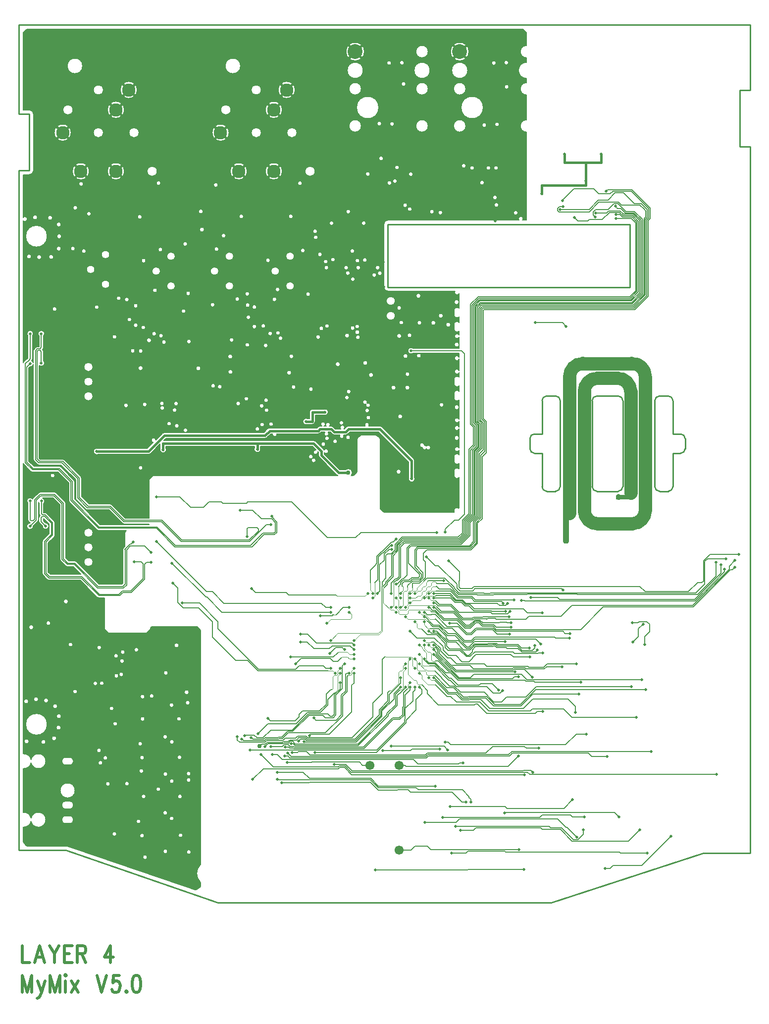
<source format=gbr>
*
*
G04 PADS Layout (Build Number 2006.45.1) generated Gerber (RS-274-X) file*
G04 PC Version=2.1*
*
%IN "MyMix V5.0_01.pcb"*%
*
%MOIN*%
*
%FSLAX35Y35*%
*
*
*
*
G04 PC Standard Apertures*
*
*
G04 Thermal Relief Aperture macro.*
%AMTER*
1,1,$1,0,0*
1,0,$1-$2,0,0*
21,0,$3,$4,0,0,45*
21,0,$3,$4,0,0,135*
%
*
*
G04 Annular Aperture macro.*
%AMANN*
1,1,$1,0,0*
1,0,$2,0,0*
%
*
*
G04 Odd Aperture macro.*
%AMODD*
1,1,$1,0,0*
1,0,$1-0.005,0,0*
%
*
*
G04 PC Custom Aperture Macros*
*
*
*
*
*
*
G04 PC Aperture Table*
*
%ADD010C,0.01*%
%ADD012C,0.015*%
%ADD013C,0.005*%
%ADD030C,0.02*%
%ADD051C,0.03*%
%ADD053C,0.019*%
%ADD073C,0.004*%
%ADD108C,0.09*%
%ADD148C,0.1*%
%ADD152C,0.061*%
%ADD157C,0.0055*%
%ADD158C,0.002*%
%ADD174C,0.09488*%
%ADD182C,0.07087*%
%ADD184C,0.038*%
*
*
*
*
G04 PC Copper Outlines (0)*
G04 Layer Name MyMix V5.0_01.pcb - dark (0)*
%LPD*%
*
*
G04 PC Area=ANP005013*
G75*
G36*
G01*
X538948Y659250D02*
X541477D01*
Y718471D01*
G02*
Y726766I140J4148D01*
G01*
Y743471D01*
G02*
Y751766I140J4148D01*
G01*
Y754598D01*
G02*
Y765442I140J5422D01*
G01*
Y768471D01*
G02*
Y776766I140J4148D01*
G01*
Y785445D01*
X539138Y787784D01*
X205067D01*
X202750Y785467D01*
Y733350D01*
X207000D01*
G02*
X209750Y730600I0J-2750D01*
G01*
Y692600D01*
G02*
X207000Y689850I-2750J0D01*
G01*
X202750D01*
Y661137D01*
G02*
Y658757I1143J-1190D01*
G01*
Y563357D01*
G02*
X203101Y563905I1430J-530D01*
G01*
X204423Y565226D01*
G02*
X205106Y565621I1078J-1078D01*
G01*
X205660Y566174D01*
X205975Y566490D01*
Y581262D01*
G02*
X209025I1525J1586D01*
G01*
Y565858D01*
G02*
X208578Y564780I-1525J0D01*
G01*
X208505Y564707D01*
G02*
X209601Y563403I-1005J-1957D01*
G01*
Y571413D01*
G02*
X210048Y572491I1525J0D01*
G01*
X211205Y573648D01*
G02*
X212283Y574095I1078J-1078D01*
G01*
X213418D01*
X213475Y574152D01*
Y581262D01*
G02*
X216525I1525J1586D01*
G01*
Y573520D01*
G02*
X216078Y572442I-1525J0D01*
G01*
X215779Y572143D01*
X216078Y571843D01*
G02*
X216525Y570765I-1078J-1078D01*
G01*
Y564641D01*
G02*
X213601Y561357I-1525J-1586D01*
G01*
Y506216D01*
Y506188D01*
Y499181D01*
X214331Y498451D01*
X229361D01*
G02*
X230439Y498004I0J-1525D01*
G01*
X241566Y486877D01*
G02*
X242013Y485799I-1078J-1078D01*
G01*
Y473218D01*
X247005Y468226D01*
X261568D01*
G02*
X262646Y467779I0J-1525D01*
G01*
X271614Y458812D01*
X287538D01*
Y484224D01*
X287869Y485023D01*
X289853Y487007D01*
X290652Y487338D01*
X414546D01*
G02*
X413872Y487782I740J1858D01*
G01*
X402058Y499596D01*
G02*
X401472Y501010I1414J1414D01*
G01*
Y502977D01*
X401061Y503388D01*
G02*
X399892Y504557I-1512J-343D01*
G01*
X397439Y507010D01*
X362403D01*
Y505977D01*
G02*
X358403I-2000J-917D01*
G01*
Y507010D01*
X299000D01*
Y505744D01*
G02*
X295000I-2000J-917D01*
G01*
Y508647D01*
X288527Y502174D01*
G02*
X287113Y501588I-1414J1414D01*
G01*
X253205D01*
G02*
Y505588I-917J2000D01*
G01*
X286285D01*
X290304Y509607D01*
G02*
X292064Y511368I227J1534D01*
G01*
X296502Y515805D01*
G02*
X297916Y516391I1414J-1414D01*
G01*
X311546D01*
G02*
X312454I454J1482D01*
G01*
X364743D01*
X367269Y518917D01*
G02*
X368683Y519503I1414J-1414D01*
G01*
X400539D01*
X401045Y520009D01*
G02*
X402459Y520595I1414J-1414D01*
G01*
X403951D01*
G02*
X405327I688J1389D01*
G01*
X406747D01*
G02*
X408969I1111J1081D01*
G01*
X410208D01*
G02*
X411622Y520009I0J-2000D01*
G01*
X412941Y518690D01*
X416572D01*
G02*
X418760I1094J1098D01*
G01*
X418907D01*
X420481Y520264D01*
G02*
X421895Y520850I1414J-1414D01*
G01*
X432921D01*
G02*
X435511I1295J852D01*
G01*
X442765D01*
G02*
X444179Y520264I0J-2000D01*
G01*
X465722Y498722D01*
G02*
X466308Y497308I-1415J-1414D01*
G01*
Y486061D01*
G02*
X462307Y486146I-2020J-873D01*
G01*
Y496479D01*
X441937Y516850D01*
X422723D01*
X421149Y515276D01*
G02*
X419735Y514690I-1414J1414D01*
G01*
X418528D01*
G02*
X415992I-1268J-892D01*
G01*
X412113D01*
G02*
X410699Y515276I0J2000D01*
G01*
X409380Y516595D01*
X408027D01*
G02*
X407389Y513981I-1067J-1124D01*
X406855Y513925I-105J-1546D01*
X405893Y516595I105J1546D01*
G01*
X403287D01*
X402781Y516089D01*
G02*
X401367Y515503I-1414J1414D01*
G01*
X373537D01*
G02*
X370579I-1479J-463D01*
G01*
X369511D01*
X366985Y512977D01*
G02*
X365571Y512391I-1414J1414D01*
G01*
X298744D01*
X297363Y511010D01*
X398267D01*
G02*
X399681Y510424I0J-2000D01*
G01*
X404886Y505219D01*
G02*
X405324Y504560I-1414J-1414D01*
X405472Y502781I1337J-785D01*
G01*
Y501838D01*
X415942Y491368D01*
X419769D01*
G02*
X423511Y487338I1887J-2000D01*
G01*
X424824D01*
X425439Y487593D01*
X427283Y489437D01*
X427538Y490052D01*
Y511724D01*
X427869Y512523D01*
X429853Y514507D01*
X430652Y514838D01*
X439924D01*
X440722Y514507D01*
X442707Y512523D01*
X443038Y511724D01*
Y465552D01*
X443293Y464937D01*
X445137Y463093D01*
X445752Y462838D01*
X492744D01*
Y463734D01*
G02*
X496001Y465391I2050J0D01*
G01*
X496240Y465612D01*
Y485981D01*
G02*
X492744Y487434I-1446J1453D01*
G01*
Y490434D01*
G02*
X496240Y491887I2050J0D01*
G01*
Y495581D01*
G02*
X492744Y497034I-1446J1453D01*
G01*
Y500034D01*
G02*
X496240Y501487I2050J0D01*
G01*
Y504283D01*
G02*
Y505933I-1429J825D01*
G01*
Y512328D01*
G02*
Y513060I-1609J366D01*
G01*
Y518733D01*
G02*
Y520021I-1519J644D01*
G01*
Y523934D01*
G02*
Y525292I-1504J679D01*
G01*
Y533009D01*
G02*
Y533741I-1609J366D01*
G01*
Y538181D01*
G02*
X492744Y539634I-1446J1453D01*
G01*
Y542634D01*
G02*
X496240Y544087I2050J0D01*
G01*
Y547681D01*
G02*
X492744Y549134I-1446J1453D01*
G01*
Y552134D01*
G02*
X496240Y553587I2050J0D01*
G01*
Y556621D01*
G02*
Y557980I-1504J680D01*
G01*
Y565694D01*
G02*
Y566982I-1519J644D01*
G01*
Y569808D01*
X465522D01*
G02*
Y572858I-1586J1525D01*
G01*
X496240D01*
Y575093D01*
G02*
Y575825I-1609J366D01*
G01*
Y580324D01*
G02*
Y581974I-1429J825D01*
G01*
Y584581D01*
G02*
X492744Y586034I-1446J1453D01*
G01*
Y589034D01*
G02*
X496240Y590487I2050J0D01*
G01*
Y594081D01*
G02*
X492744Y595534I-1446J1453D01*
G01*
Y598534D01*
G02*
X496240Y599987I2050J0D01*
G01*
Y609765D01*
G02*
X493387Y611423I-1429J825D01*
G01*
X448300D01*
G02*
X445550Y614173I0J2750D01*
G01*
Y656500D01*
G02*
X448300Y659250I2750J0D01*
G01*
X536559D01*
G02*
X538948I1194J988D01*
G37*
G74*
*
*
G04 PC Area=ANP004885*
G75*
G36*
G01*
X322038Y225598D02*
Y383124D01*
X321783Y383739D01*
X319939Y385583D01*
X319324Y385838D01*
X289392D01*
X288538Y384984D01*
Y384452D01*
X288207Y383654D01*
X286222Y381669D01*
X285424Y381338D01*
X260652D01*
X259853Y381669D01*
X257869Y383654D01*
X257538Y384452D01*
Y405031D01*
X253724D01*
G02*
X252646Y405478I0J1525D01*
G01*
X241213Y416910D01*
X220051D01*
G02*
X218973Y417357I0J1525D01*
G01*
X216100Y420230D01*
G02*
X215653Y421308I1078J1078D01*
G01*
Y443132D01*
G02*
X216100Y444210I1525J0D01*
G01*
X220176Y448287D01*
Y454730D01*
X216443Y458463D01*
X216378Y458397D01*
Y457170D01*
Y457016D01*
X217222Y456172D01*
X217865Y455529D01*
G02*
X215708Y453372I43J-2200D01*
G01*
X215065Y454015D01*
X213775Y455306D01*
G02*
X213328Y456384I1078J1078D01*
G01*
Y457170D01*
Y459029D01*
G02*
X213775Y460107I1525J0D01*
G01*
X214132Y460464D01*
X213961Y460636D01*
G02*
X213514Y461714I1078J1078D01*
G01*
Y468621D01*
G02*
X213020Y469333I1525J1586D01*
G01*
Y457688D01*
Y457490D01*
G02*
X212573Y456412I-1525J0D01*
G01*
X209570Y453408D01*
G02*
X207336Y455488I-2197J-120D01*
G01*
X207387Y455539D01*
G02*
X207025Y455807I716J1346D01*
G01*
X206403Y456429D01*
G02*
X205956Y457507I1078J1078D01*
G01*
Y468704D01*
G02*
X209137Y471701I1417J1683D01*
X209467Y472192I1408J-587D01*
G01*
X213041Y475766D01*
G02*
X214119Y476213I1078J-1078D01*
G01*
X223989D01*
G02*
X225067Y475766I0J-1525D01*
G01*
X231014Y469819D01*
G02*
X231461Y468741I-1078J-1078D01*
G01*
Y432135D01*
X233590Y430006D01*
X237423D01*
G02*
X238501Y429559I0J-1525D01*
G01*
X253853Y414208D01*
X269054D01*
X269881Y415035D01*
Y437270D01*
G02*
X270252Y438823I1449J475D01*
G01*
X271038Y439610D01*
Y448724D01*
X271369Y449523D01*
X272198Y450352D01*
X253576D01*
G02*
X252498Y450799I0J1525D01*
G01*
X233835Y469462D01*
G02*
X233388Y470540I1078J1078D01*
G01*
Y482296D01*
X226023Y489661D01*
X209011D01*
G02*
X207933Y490108I-0J1525D01*
G01*
X203101Y494939D01*
G02*
X202750Y495487I1079J1078D01*
G01*
Y300219D01*
G02*
X208071Y296318I400J-5034D01*
Y294052I4921J-1133D01*
X202750Y290151I-4921J1133D01*
G01*
Y260849D01*
G02*
X208071Y256948I400J-5034D01*
Y254682I4921J-1133D01*
X202750Y250781I-4921J1133D01*
G01*
Y240894D01*
X203005Y240279D01*
X204849Y238435D01*
X205464Y238180D01*
X231500D01*
G02*
X232400Y238029I0J-2750D01*
G01*
X232439Y238015D01*
X232462Y238009D01*
X318517Y208639D01*
X319302Y208755D01*
X321675Y210452D01*
X322038Y211158D01*
Y213754D01*
G02*
Y225598I5744J5922D01*
G37*
G74*
*
*
G04 PC Area=ANP004879*
G75*
G36*
G01*
X287538Y454552D02*
Y454811D01*
X270588D01*
G02*
X269510Y455258I0J1525D01*
G01*
X260542Y464226D01*
X245979D01*
G02*
X244901Y464672I-0J1525D01*
G01*
X238459Y471114D01*
G02*
X238012Y472192I1079J1078D01*
G01*
Y484774D01*
X228335Y494451D01*
X213305D01*
G02*
X212227Y494897I0J1525D01*
G01*
X210048Y497077D01*
G02*
X209601Y498155I1078J1078D01*
G01*
Y526845D01*
Y562097D01*
G02*
X207457Y560550I-2101J653D01*
G01*
X206655Y559748D01*
Y526533D01*
Y497043D01*
X210036Y493662D01*
X227048D01*
G02*
X228126Y493215I0J-1525D01*
G01*
X236941Y484400D01*
G02*
X237388Y483322I-1078J-1078D01*
G01*
Y471566D01*
X254602Y454352D01*
X287455D01*
X287538Y454552D01*
G37*
G74*
*
*
G04 PC Area=ANP004881*
G75*
G36*
G01*
X221077Y420910D02*
X241493D01*
X236397Y426006D01*
X232564D01*
G02*
X231486Y426453I0J1525D01*
G01*
X227908Y430031D01*
G02*
X227461Y431109I1078J1078D01*
G01*
Y467715D01*
X222963Y472213D01*
X215942D01*
G02*
X216564Y468621I-903J-2006D01*
G01*
Y462463D01*
X217469D01*
G02*
X218547Y462016I0J-1525D01*
G01*
X223729Y456834D01*
G02*
X224176Y455756I-1078J-1078D01*
G01*
Y447261D01*
G02*
X223729Y446183I-1525J0D01*
G01*
X219653Y442106D01*
Y422334D01*
X221077Y420910D01*
G37*
G74*
*
*
G04 PC Void Outlines (0)*
G04 Layer Name MyMix V5.0_01.pcb - clear (0)*
%LPC*%
*
*
G04 PC Area=ANP005013*
G75*
G36*
G01*
X534335Y662609D02*
G03*
X534335I-0J1550D01*
G37*
G74*
*
G75*
G36*
G01*
X528197Y747417D02*
G03*
X528197I-0J1550D01*
G37*
G74*
*
G75*
G36*
G01*
X527979Y763661D02*
G03*
X527979I0J1550D01*
G37*
G74*
*
G75*
G36*
G01*
X521360Y667909D02*
G03*
X521360I0J1550D01*
G37*
G74*
*
G75*
G36*
G01*
X520314Y672878D02*
G03*
X520314I0J1550D01*
G37*
G74*
*
G75*
G36*
G01*
X521059Y692836D02*
G03*
X521059I0J1550D01*
G37*
G74*
*
G75*
G36*
G01*
X521700Y722099D02*
G03*
X521700I0J1550D01*
G37*
G74*
*
G75*
G36*
G01*
X519579Y763401D02*
G03*
X519579I-0J1550D01*
G37*
G74*
*
G75*
G36*
G01*
X515941Y692763D02*
G03*
X515941I0J1550D01*
G37*
G74*
*
G75*
G36*
G01*
X511633Y682909D02*
G03*
X511633I0J1550D01*
G37*
G74*
*
G75*
G36*
G01*
X513100Y721641D02*
G03*
X513100I0J1550D01*
G37*
G74*
*
G75*
G36*
G01*
X504941Y692763D02*
G03*
X504941I0J1550D01*
G37*
G74*
*
G75*
G36*
G01*
X499346Y694209D02*
G03*
X499346I0J1550D01*
G37*
G74*
*
G75*
G36*
G01*
X496617Y718469D02*
G03*
X496617I0J4150D01*
G37*
G74*
*
G75*
G36*
G01*
X505003Y727498D02*
G03*
X505003I0J7522D01*
G37*
G74*
*
G75*
G36*
G01*
X496617Y743469D02*
G03*
X496617I0J4150D01*
G37*
G74*
*
G75*
G36*
G01*
Y754596D02*
G03*
X496617I0J5424D01*
G37*
G74*
*
G75*
G36*
G01*
Y766369D02*
G03*
X496617I0J6250D01*
G37*
G74*
*
G75*
G36*
G01*
X483600Y662709D02*
G03*
X483600I0J1550D01*
G37*
G74*
*
G75*
G36*
G01*
X477882Y663379D02*
G03*
X477882I0J1550D01*
G37*
G74*
*
G75*
G36*
G01*
X471271Y718469D02*
G03*
X471271I0J4150D01*
G37*
G74*
*
G75*
G36*
G01*
Y743469D02*
G03*
X471271I0J4150D01*
G37*
G74*
*
G75*
G36*
G01*
Y754596D02*
G03*
X471271I0J5424D01*
G37*
G74*
*
G75*
G36*
G01*
Y768469D02*
G03*
X471271I0J4150D01*
G37*
G74*
*
G75*
G36*
G01*
X462995Y665101D02*
G03*
X462995I0J1550D01*
G37*
G74*
*
G75*
G36*
G01*
X463693Y688609D02*
G03*
X463693I0J1550D01*
G37*
G74*
*
G75*
G36*
G01*
X459869Y667709D02*
G03*
X459869I0J1550D01*
G37*
G74*
*
G75*
G36*
G01*
X458840Y749316D02*
G03*
X458840I-0J1550D01*
G37*
G74*
*
G75*
G36*
G01*
X457732Y763605D02*
G03*
X457732I0J1550D01*
G37*
G74*
*
G75*
G36*
G01*
X453008Y683953D02*
G03*
X453008I0J1550D01*
G37*
G74*
*
G75*
G36*
G01*
X454383Y693143D02*
G03*
X454383I0J1550D01*
G37*
G74*
*
G75*
G36*
G01*
X449316Y682709D02*
G03*
X449316I0J1550D01*
G37*
G74*
*
G75*
G36*
G01*
X451100Y722411D02*
G03*
X451100I0J1550D01*
G37*
G74*
*
G75*
G36*
G01*
X449133Y763459D02*
G03*
X449133I-0J1550D01*
G37*
G74*
*
G75*
G36*
G01*
X442800Y621982D02*
G03*
X442800I0J1550D01*
G37*
G74*
*
G75*
G36*
G01*
X435157Y524809D02*
G03*
X435157I0J1550D01*
G37*
G74*
*
G75*
G36*
G01*
X434306Y529611D02*
G03*
X434306I0J1550D01*
G37*
G74*
*
G75*
G36*
G01*
X434236Y536058D02*
G02*
X433569Y535392I711J-1377D01*
X434236Y536058I-711J1377D01*
G37*
G74*
*
G75*
G36*
G01*
X436925Y553417D02*
G03*
X436925I0J1650D01*
G37*
G74*
*
G75*
G36*
G01*
X439100Y620750D02*
G03*
X439100I0J1550D01*
G37*
G74*
*
G75*
G36*
G01*
X441376Y625709D02*
G03*
X441376I0J1550D01*
G37*
G74*
*
G75*
G36*
G01*
X443700Y699228D02*
G03*
X443700I0J1550D01*
G37*
G74*
*
G75*
G36*
G01*
X442500Y722655D02*
G03*
X442500I0J1550D01*
G37*
G74*
*
G75*
G36*
G01*
X433020Y561464D02*
G03*
X433020I0J1650D01*
G37*
G74*
*
G75*
G36*
G01*
X432780Y630852D02*
G03*
X432780I0J1550D01*
G37*
G74*
*
G75*
G36*
G01*
X432021Y655655D02*
G03*
X432021I0J1550D01*
G37*
G74*
*
G75*
G36*
G01*
X434760Y688709D02*
G03*
X434760I0J1550D01*
G37*
G74*
*
G75*
G36*
G01*
X428100Y578887D02*
G03*
X428100I0J1550D01*
G37*
G74*
*
G75*
G36*
G01*
X427669Y582188D02*
G03*
X427669I0J1650D01*
G37*
G74*
*
G75*
G36*
G01*
X420697Y538290D02*
G03*
X420697I-0J1550D01*
G37*
G74*
*
G75*
G36*
G01*
X421925Y542344D02*
G03*
X421925I0J1550D01*
G37*
G74*
*
G75*
G36*
G01*
X424505Y585094D02*
G03*
X424505I-0J1550D01*
G37*
G74*
*
G75*
G36*
G01*
X427576Y586168D02*
G03*
X427576I-0J1550D01*
G37*
G74*
*
G75*
G36*
G01*
X428291Y625709D02*
G03*
X428291I0J1550D01*
G37*
G74*
*
G75*
G36*
G01*
X427800Y630446D02*
G03*
X427800I0J1550D01*
G37*
G74*
*
G75*
G36*
G01*
X424676Y617968D02*
G03*
X424676I0J1550D01*
G37*
G74*
*
G75*
G36*
G01*
X420788Y579938D02*
G03*
X420788I0J1650D01*
G37*
G74*
*
G75*
G36*
G01*
X421300Y622060D02*
G03*
X421300I0J1550D01*
G37*
G74*
*
G75*
G36*
G01*
X424364Y636909D02*
G03*
X424364I0J1550D01*
G37*
G74*
*
G75*
G36*
G01*
X420151Y625709D02*
G03*
X420151I0J1550D01*
G37*
G74*
*
G75*
G36*
G01*
X421591Y663379D02*
G03*
X421591I-0J1550D01*
G37*
G74*
*
G75*
G36*
G01*
X426271Y718469D02*
G03*
X426271I0J4150D01*
G37*
G74*
*
G75*
G36*
G01*
X434657Y727498D02*
G03*
X434657I0J7522D01*
G37*
G74*
*
G75*
G36*
G01*
X426271Y743469D02*
G03*
X426271I0J4150D01*
G37*
G74*
*
G75*
G36*
G01*
Y754596D02*
G03*
X426271I0J5424D01*
G37*
G74*
*
G75*
G36*
G01*
Y766369D02*
G03*
X426271I0J6250D01*
G37*
G74*
*
G75*
G36*
G01*
X417005Y521295D02*
G03*
X417005I0J1550D01*
G37*
G74*
*
G75*
G36*
G01*
X414551Y560662D02*
G03*
X414551I0J1650D01*
G37*
G74*
*
G75*
G36*
G01*
X411309Y631182D02*
G03*
X411309I-0J1550D01*
G37*
G74*
*
G75*
G36*
G01*
X405017Y532037D02*
G02*
Y528037I917J-2000D01*
G01*
X399354D01*
Y523759D01*
G02*
X397354Y521759I-2000J0D01*
G01*
X394092D01*
G02*
Y525759I-917J2000D01*
G01*
X395354D01*
Y530037D01*
G02*
X397354Y532037I2000J0D01*
G01*
X405017D01*
G37*
G74*
*
G75*
G36*
G01*
X407307Y586445D02*
G03*
X407307I-0J1550D01*
G37*
G74*
*
G75*
G36*
G01*
X410354Y655631D02*
G03*
X410354I0J1550D01*
G37*
G74*
*
G75*
G36*
G01*
X406885Y625709D02*
G03*
X406885I0J1550D01*
G37*
G74*
*
G75*
G36*
G01*
X401288Y579038D02*
G03*
X401288I0J1550D01*
G37*
G74*
*
G75*
G36*
G01*
X403498Y584848D02*
G03*
X403498I0J1550D01*
G37*
G74*
*
G75*
G36*
G01*
X406400Y629812D02*
G03*
X406400I0J1550D01*
G37*
G74*
*
G75*
G36*
G01*
X402579Y634626D02*
G03*
X402579I0J1550D01*
G37*
G74*
*
G75*
G36*
G01*
X399700Y646084D02*
G03*
X399700I0J1550D01*
G37*
G74*
*
G75*
G36*
G01*
X396441Y543953D02*
G03*
X396441I0J1550D01*
G37*
G74*
*
G75*
G36*
G01*
X399243Y650185D02*
G03*
X399243I-0J1550D01*
G37*
G74*
*
G75*
G36*
G01*
X394526Y607850D02*
G03*
X394526I0J1550D01*
G37*
G74*
*
G75*
G36*
G01*
X391000Y637210D02*
G03*
X391000I0J1550D01*
G37*
G74*
*
G75*
G36*
G01*
X395880Y688726D02*
G03*
X395880I0J3400D01*
G37*
G74*
*
G75*
G36*
G01*
X389075Y682535D02*
G03*
X389075I-0J1550D01*
G37*
G74*
*
G75*
G36*
G01*
X384792Y545371D02*
G03*
X384792I0J1550D01*
G37*
G74*
*
G75*
G36*
G01*
X381788Y554938D02*
G03*
X381788I0J1650D01*
G37*
G74*
*
G75*
G36*
G01*
X383288Y566038D02*
G03*
X383288I0J1550D01*
G37*
G74*
*
G75*
G36*
G01*
X382400Y612159D02*
G03*
X382400I0J2800D01*
G37*
G74*
*
G75*
G36*
G01*
Y632159D02*
G03*
X382400I0J2800D01*
G37*
G74*
*
G75*
G36*
G01*
X382900Y660222D02*
G03*
X382900I0J1550D01*
G37*
G74*
*
G75*
G36*
G01*
X383676Y714710D02*
G03*
X383676I0J3400D01*
G37*
G74*
*
G75*
G36*
G01*
X376008Y578266D02*
G03*
X376008I0J1550D01*
G37*
G74*
*
G75*
G36*
G01*
X374295Y581766D02*
G03*
X374295I0J1550D01*
G37*
G74*
*
G75*
G36*
G01*
X369662Y520432D02*
G03*
X369662I0J1550D01*
G37*
G74*
*
G75*
G36*
G01*
X363608Y520177D02*
G03*
X363608I0J1550D01*
G37*
G74*
*
G75*
G36*
G01*
X366588Y529838D02*
G03*
X366588I0J1550D01*
G37*
G74*
*
G75*
G36*
G01*
X360400Y517181D02*
G03*
X360400I0J1550D01*
G37*
G74*
*
G75*
G36*
G01*
X363300Y532696D02*
G03*
X363300I0J1550D01*
G37*
G74*
*
G75*
G36*
G01*
X366288Y536538D02*
G03*
X366288I0J1550D01*
G37*
G74*
*
G75*
G36*
G01*
X366031Y573350D02*
G03*
X366031I0J1550D01*
G37*
G74*
*
G75*
G36*
G01*
X369043Y581390D02*
G03*
X369043I-0J1550D01*
G37*
G74*
*
G75*
G36*
G01*
X371884Y604434D02*
G03*
X371884I-0J1550D01*
G37*
G74*
*
G75*
G36*
G01*
X374005Y611062D02*
G03*
X374005I-0J1550D01*
G37*
G74*
*
G75*
G36*
G01*
X372400Y622159D02*
G03*
X372400I0J2800D01*
G37*
G74*
*
G75*
G36*
G01*
X367561Y630655D02*
G03*
X367561I0J1550D01*
G37*
G74*
*
G75*
G36*
G01*
X364419Y586550D02*
G03*
X364419I0J1550D01*
G37*
G74*
*
G75*
G36*
G01*
X371471Y686376D02*
G03*
X371471I0J5750D01*
G37*
G74*
*
G75*
G36*
G01*
Y727714D02*
G03*
X371471I0J5750D01*
G37*
G74*
*
G75*
G36*
G01*
X380132Y741100D02*
G03*
X380132I0J5750D01*
G37*
G74*
*
G75*
G36*
G01*
X358400Y586025D02*
G03*
X358400I0J1550D01*
G37*
G74*
*
G75*
G36*
G01*
Y599240D02*
G03*
X358400I0J1550D01*
G37*
G74*
*
G75*
G36*
G01*
X359660Y714710D02*
G03*
X359660I0J3400D01*
G37*
G74*
*
G75*
G36*
G01*
Y743450D02*
G03*
X359660I0J3400D01*
G37*
G74*
*
G75*
G36*
G01*
X353000Y537523D02*
G03*
X353000I0J1550D01*
G37*
G74*
*
G75*
G36*
G01*
X353637Y573750D02*
G03*
X353637I0J1550D01*
G37*
G74*
*
G75*
G36*
G01*
X354376Y592333D02*
G03*
X354376I0J1550D01*
G37*
G74*
*
G75*
G36*
G01*
X353853Y600509D02*
G03*
X353853I0J1550D01*
G37*
G74*
*
G75*
G36*
G01*
X353596Y608050D02*
G03*
X353596I0J1550D01*
G37*
G74*
*
G75*
G36*
G01*
X347483Y534309D02*
G03*
X347483I0J1550D01*
G37*
G74*
*
G75*
G36*
G01*
X346886Y604582D02*
G03*
X346886I0J1550D01*
G37*
G74*
*
G75*
G36*
G01*
X349600Y660222D02*
G03*
X349600I0J1550D01*
G37*
G74*
*
G75*
G36*
G01*
X342288Y555438D02*
G03*
X342288I0J1650D01*
G37*
G74*
*
G75*
G36*
G01*
X342149Y565809D02*
G03*
X342149I0J1650D01*
G37*
G74*
*
G75*
G36*
G01*
X343056Y577050D02*
G03*
X343056I0J1550D01*
G37*
G74*
*
G75*
G36*
G01*
X341600Y612159D02*
G03*
X341600I0J2800D01*
G37*
G74*
*
G75*
G36*
G01*
Y632159D02*
G03*
X341600I0J2800D01*
G37*
G74*
*
G75*
G36*
G01*
X347849Y686376D02*
G03*
X347849I0J5750D01*
G37*
G74*
*
G75*
G36*
G01*
X335100Y545584D02*
G03*
X335100I0J1550D01*
G37*
G74*
*
G75*
G36*
G01*
X337673Y647236D02*
G03*
X337673I0J1550D01*
G37*
G74*
*
G75*
G36*
G01*
X330600Y546240D02*
G03*
X330600I0J1550D01*
G37*
G74*
*
G75*
G36*
G01*
X330235Y600767D02*
G03*
X330235I0J1550D01*
G37*
G74*
*
G75*
G36*
G01*
X331600Y622159D02*
G03*
X331600I0J2800D01*
G37*
G74*
*
G75*
G36*
G01*
X332900Y638224D02*
G03*
X332900I0J1550D01*
G37*
G74*
*
G75*
G36*
G01*
X332430Y681358D02*
G03*
X332430I0J1550D01*
G37*
G74*
*
G75*
G36*
G01*
X335644Y712360D02*
G03*
X335644I0J5750D01*
G37*
G74*
*
G75*
G36*
G01*
X339188Y730064D02*
G03*
X339188I0J3400D01*
G37*
G74*
*
G75*
G36*
G01*
X343912Y757792D02*
G03*
X343912I0J5200D01*
G37*
G74*
*
G75*
G36*
G01*
X320685Y557909D02*
G03*
X320685I0J1650D01*
G37*
G74*
*
G75*
G36*
G01*
X323087Y651246D02*
G03*
X323087I0J1650D01*
G37*
G74*
*
G75*
G36*
G01*
X322348Y663417D02*
G03*
X322348I-0J1650D01*
G37*
G74*
*
G75*
G36*
G01*
X314312Y576013D02*
G03*
X314312I0J1550D01*
G37*
G74*
*
G75*
G36*
G01*
X310731Y596510D02*
G03*
X310731I-0J1550D01*
G37*
G74*
*
G75*
G36*
G01*
X313827Y608450D02*
G03*
X313827I0J1550D01*
G37*
G74*
*
G75*
G36*
G01*
X311809Y641659D02*
G03*
X311809I0J1550D01*
G37*
G74*
*
G75*
G36*
G01*
X306189Y519309D02*
G03*
X306189I0J1550D01*
G37*
G74*
*
G75*
G36*
G01*
X304680Y529868D02*
G03*
X304680I0J1550D01*
G37*
G74*
*
G75*
G36*
G01*
X305688Y534238D02*
G03*
X305688I0J1550D01*
G37*
G74*
*
G75*
G36*
G01*
X301000Y520747D02*
G03*
X301000I0J1550D01*
G37*
G74*
*
G75*
G36*
G01*
X302300Y612159D02*
G03*
X302300I0J2800D01*
G37*
G74*
*
G75*
G36*
G01*
Y632159D02*
G03*
X302300I0J2800D01*
G37*
G74*
*
G75*
G36*
G01*
X296594Y534424D02*
G02*
X295936Y534371I-206J-1536D01*
X296594Y534424I206J1536D01*
G37*
G74*
*
G75*
G36*
G01*
X297581Y575627D02*
G03*
X297581I0J1550D01*
G37*
G74*
*
G75*
G36*
G01*
X295548Y579898D02*
G03*
X295548I0J1550D01*
G37*
G74*
*
G75*
G36*
G01*
X290900Y581246D02*
G03*
X290900I0J1550D01*
G37*
G74*
*
G75*
G36*
G01*
X291473Y610464D02*
G03*
X291473I0J1550D01*
G37*
G74*
*
G75*
G36*
G01*
X292300Y622159D02*
G03*
X292300I0J2800D01*
G37*
G74*
*
G75*
G36*
G01*
X295131Y637890D02*
G03*
X295131I0J1550D01*
G37*
G74*
*
G75*
G36*
G01*
X293896Y682597D02*
G03*
X293896I0J1550D01*
G37*
G74*
*
G75*
G36*
G01*
X284581Y533668D02*
G03*
X284581I0J1550D01*
G37*
G74*
*
G75*
G36*
G01*
X287460Y576722D02*
G03*
X287460I0J1650D01*
G37*
G74*
*
G75*
G36*
G01*
X289580Y688726D02*
G03*
X289580I0J3400D01*
G37*
G74*
*
G75*
G36*
G01*
X281777Y558009D02*
G03*
X281777I0J1650D01*
G37*
G74*
*
G75*
G36*
G01*
X281900Y569648D02*
G03*
X281900I0J1550D01*
G37*
G74*
*
G75*
G36*
G01*
X283592Y585509D02*
G03*
X283592I0J1550D01*
G37*
G74*
*
G75*
G36*
G01*
X283837Y630455D02*
G03*
X283837I0J1550D01*
G37*
G74*
*
G75*
G36*
G01*
X276500Y569768D02*
G03*
X276500I0J1550D01*
G37*
G74*
*
G75*
G36*
G01*
X278500Y586985D02*
G03*
X278500I0J1550D01*
G37*
G74*
*
G75*
G36*
G01*
Y600117D02*
G03*
X278500I0J1550D01*
G37*
G74*
*
G75*
G36*
G01*
X281200Y659828D02*
G03*
X281200I0J1550D01*
G37*
G74*
*
G75*
G36*
G01*
X271952Y533021D02*
G03*
X271952I-0J1550D01*
G37*
G74*
*
G75*
G36*
G01*
X274289Y590756D02*
G03*
X274289I0J1550D01*
G37*
G74*
*
G75*
G36*
G01*
X272500Y604238D02*
G03*
X272500I0J1550D01*
G37*
G74*
*
G75*
G36*
G01*
X277376Y714710D02*
G03*
X277376I0J3400D01*
G37*
G74*
*
G75*
G36*
G01*
X264222Y579150D02*
G03*
X264222I0J1550D01*
G37*
G74*
*
G75*
G36*
G01*
X267100Y605153D02*
G03*
X267100I0J1550D01*
G37*
G74*
*
G75*
G36*
G01*
X258200Y613259D02*
G03*
X258200I0J2800D01*
G37*
G74*
*
G75*
G36*
G01*
Y633259D02*
G03*
X258200I0J2800D01*
G37*
G74*
*
G75*
G36*
G01*
X265171Y686376D02*
G03*
X265171I0J5750D01*
G37*
G74*
*
G75*
G36*
G01*
Y727714D02*
G03*
X265171I0J5750D01*
G37*
G74*
*
G75*
G36*
G01*
X273832Y741100D02*
G03*
X273832I0J5750D01*
G37*
G74*
*
G75*
G36*
G01*
X252245Y599167D02*
G03*
X252245I0J1550D01*
G37*
G74*
*
G75*
G36*
G01*
X246685Y537685D02*
G03*
X246685I0J3050D01*
G37*
G74*
*
G75*
G36*
G01*
Y547528D02*
G03*
X246685I0J3050D01*
G37*
G74*
*
G75*
G36*
G01*
Y557370D02*
G03*
X246685I0J3051D01*
G37*
G74*
*
G75*
G36*
G01*
X248200Y623259D02*
G03*
X248200I0J2800D01*
G37*
G74*
*
G75*
G36*
G01*
X253360Y714710D02*
G03*
X253360I0J3400D01*
G37*
G74*
*
G75*
G36*
G01*
Y743450D02*
G03*
X253360I0J3400D01*
G37*
G74*
*
G75*
G36*
G01*
X247000Y661982D02*
G03*
X247000I0J1550D01*
G37*
G74*
*
G75*
G36*
G01*
X243600Y636860D02*
G03*
X243600I0J1550D01*
G37*
G74*
*
G75*
G36*
G01*
X241777Y682084D02*
G03*
X241777I-0J1550D01*
G37*
G74*
*
G75*
G36*
G01*
X236200Y638517D02*
G03*
X236200I0J1550D01*
G37*
G74*
*
G75*
G36*
G01*
X237801Y666004D02*
G03*
X237801I-0J1550D01*
G37*
G74*
*
G75*
G36*
G01*
X241549Y686376D02*
G03*
X241549I0J5750D01*
G37*
G74*
*
G75*
G36*
G01*
X223900Y597901D02*
G03*
X223900I0J1550D01*
G37*
G74*
*
G75*
G36*
G01*
X226695Y638398D02*
G03*
X226695I0J1650D01*
G37*
G74*
*
G75*
G36*
G01*
X227006Y646689D02*
G03*
X227006I0J1650D01*
G37*
G74*
*
G75*
G36*
G01*
X226695Y654670D02*
G03*
X226695I0J1650D01*
G37*
G74*
*
G75*
G36*
G01*
X229344Y712360D02*
G03*
X229344I0J5750D01*
G37*
G74*
*
G75*
G36*
G01*
X232888Y730064D02*
G03*
X232888I0J3400D01*
G37*
G74*
*
G75*
G36*
G01*
X237612Y757792D02*
G03*
X237612I0J5200D01*
G37*
G74*
*
G75*
G36*
G01*
X221616Y632801D02*
G03*
X221616I0J1650D01*
G37*
G74*
*
G75*
G36*
G01*
X220891Y659127D02*
G03*
X220891I0J1650D01*
G37*
G74*
*
G75*
G36*
G01*
X213532Y632698D02*
G03*
X213532I0J1650D01*
G37*
G74*
*
G75*
G36*
G01*
X206692Y633112D02*
G03*
X206692I0J1650D01*
G37*
G74*
*
G75*
G36*
G01*
X211700Y641100D02*
G03*
X211700I0J7300D01*
G37*
G74*
*
G75*
G36*
G01*
X210734Y659437D02*
G03*
X210734I0J1650D01*
G37*
G74*
*
G75*
G36*
G01*
X281803Y491030D02*
G03*
X281803I0J1550D01*
G37*
G74*
*
G75*
G36*
G01*
X396405Y498576D02*
G03*
X396405I0J1550D01*
G37*
G74*
*
G75*
G36*
G01*
X398300Y496050D02*
G03*
X398300I0J1550D01*
G37*
G74*
*
G75*
G36*
G01*
X488893Y587229D02*
G03*
X488893I0J1650D01*
G37*
G74*
*
G75*
G36*
G01*
X483893Y593273D02*
G03*
X483893I0J1650D01*
G37*
G74*
*
G75*
G36*
G01*
X478893Y588488D02*
G03*
X478893I0J1650D01*
G37*
G74*
*
G75*
G36*
G01*
X469479Y588649D02*
G03*
X469479I0J1550D01*
G37*
G74*
*
G75*
G36*
G01*
X468849Y606645D02*
G03*
X468849I0J1650D01*
G37*
G74*
*
G75*
G36*
G01*
X462844Y580193D02*
G03*
X462844I0J1550D01*
G37*
G74*
*
G75*
G36*
G01*
X456583Y525455D02*
G03*
X456583I0J1650D01*
G37*
G74*
*
G75*
G36*
G01*
X455899Y579673D02*
G03*
X455899I0J1650D01*
G37*
G74*
*
G75*
G36*
G01*
X457304Y588756D02*
G03*
X457304I0J1550D01*
G37*
G74*
*
G75*
G36*
G01*
X455899Y598636D02*
G03*
X455899I0J1550D01*
G37*
G74*
*
G75*
G36*
G01*
X452060Y544919D02*
G03*
X452060I0J1650D01*
G37*
G74*
*
G75*
G36*
G01*
X450200Y591859D02*
G03*
X450200I0J3000D01*
G37*
G74*
*
G75*
G36*
G01*
Y601859D02*
G03*
X450200I0J3000D01*
G37*
G74*
*
G75*
G36*
G01*
X494540Y602437D02*
G03*
X494540I0J1650D01*
G37*
G74*
*
G75*
G36*
G01*
X484384Y533412D02*
G03*
X484384I0J1550D01*
G37*
G74*
*
G75*
G36*
G01*
X474262Y507185D02*
G02*
X474236Y505322I1226J-949D01*
X471463Y506353I-1226J948D01*
X472797Y507806I-214J1535D01*
X474262Y507185I213J-1536D01*
G37*
G74*
*
G75*
G36*
G01*
X469141Y566474D02*
G03*
X469141I0J1550D01*
G37*
G74*
*
G75*
G36*
G01*
X455498Y488307D02*
G03*
X455498I-0J1650D01*
G37*
G74*
*
G75*
G36*
G01*
X421478Y511486D02*
G03*
X421478I0J1550D01*
G37*
G74*
*
G75*
G36*
G01*
X412736Y508894D02*
G03*
X412736I0J1550D01*
G37*
G74*
*
G75*
G36*
G01*
X404789Y506960D02*
G03*
X404789I0J1550D01*
G37*
G74*
*
G75*
G36*
G01*
X461389Y544919D02*
G03*
X461389I0J1650D01*
G37*
G74*
*
G75*
G36*
G01*
X461482Y554083D02*
G03*
X461482I0J1550D01*
G37*
G74*
*
G75*
G36*
G01*
X460088Y566138D02*
G03*
X460088I0J1650D01*
G37*
G74*
*
*
G04 PC Area=ANP004885*
G75*
G36*
G01*
X314288Y232538D02*
G03*
X314288I0J1550D01*
G37*
G74*
*
G75*
G36*
G01*
X314095Y280974D02*
G03*
X314095I0J1550D01*
G37*
G74*
*
G75*
G36*
G01*
X314099Y285273D02*
G03*
X314099I0J1550D01*
G37*
G74*
*
G75*
G36*
G01*
X313535Y332980D02*
G03*
X313535I0J1550D01*
G37*
G74*
*
G75*
G36*
G01*
X312788Y339938D02*
G03*
X312788I0J1650D01*
G37*
G74*
*
G75*
G36*
G01*
X308686Y243754D02*
G03*
X308686I0J1550D01*
G37*
G74*
*
G75*
G36*
G01*
X308277Y269914D02*
G03*
X308277I0J1550D01*
G37*
G74*
*
G75*
G36*
G01*
X308016Y296214D02*
G03*
X308016I0J1550D01*
G37*
G74*
*
G75*
G36*
G01*
X307655Y322091D02*
G03*
X307655I0J1550D01*
G37*
G74*
*
G75*
G36*
G01*
X306017Y371450D02*
G03*
X306017I0J1650D01*
G37*
G74*
*
G75*
G36*
G01*
X302681Y255098D02*
G03*
X302681I0J1550D01*
G37*
G74*
*
G75*
G36*
G01*
X302802Y280217D02*
G03*
X302802I0J1550D01*
G37*
G74*
*
G75*
G36*
G01*
X302803Y306633D02*
G03*
X302803I0J1550D01*
G37*
G74*
*
G75*
G36*
G01*
X302621Y331351D02*
G03*
X302621I0J1550D01*
G37*
G74*
*
G75*
G36*
G01*
X298433Y232959D02*
G03*
X298433I-0J1550D01*
G37*
G74*
*
G75*
G36*
G01*
X298358Y258883D02*
G03*
X298358I-0J1550D01*
G37*
G74*
*
G75*
G36*
G01*
X298521Y284989D02*
G03*
X298521I-0J1550D01*
G37*
G74*
*
G75*
G36*
G01*
X298349Y310007D02*
G03*
X298349I-0J1550D01*
G37*
G74*
*
G75*
G36*
G01*
X298788Y353038D02*
G03*
X298788I0J1550D01*
G37*
G74*
*
G75*
G36*
G01*
X293745Y274782D02*
G03*
X293745I0J1550D01*
G37*
G74*
*
G75*
G36*
G01*
X289261Y337519D02*
G03*
X289261I-0J1550D01*
G37*
G74*
*
G75*
G36*
G01*
X284788Y229038D02*
G03*
X284788I0J1550D01*
G37*
G74*
*
G75*
G36*
G01*
X282788Y243538D02*
G03*
X282788I0J1550D01*
G37*
G74*
*
G75*
G36*
G01*
X283871Y269914D02*
G03*
X283871I0J1550D01*
G37*
G74*
*
G75*
G36*
G01*
X280379Y253169D02*
G03*
X280379I0J1550D01*
G37*
G74*
*
G75*
G36*
G01*
X282288Y287038D02*
G03*
X282288I0J1550D01*
G37*
G74*
*
G75*
G36*
G01*
X282788Y296038D02*
G03*
X282788I0J1550D01*
G37*
G74*
*
G75*
G36*
G01*
X281538Y305361D02*
G03*
X281538I0J1550D01*
G37*
G74*
*
G75*
G36*
G01*
X283161Y322091D02*
G03*
X283161I0J1550D01*
G37*
G74*
*
G75*
G36*
G01*
X283116Y337088D02*
G03*
X283116I0J1550D01*
G37*
G74*
*
G75*
G36*
G01*
X278993Y368610D02*
G03*
X278993I0J1550D01*
G37*
G74*
*
G75*
G36*
G01*
X272611Y278526D02*
G03*
X272611I0J1550D01*
G37*
G74*
*
G75*
G36*
G01*
X268815Y352071D02*
G03*
X268815I0J1550D01*
G37*
G74*
*
G75*
G36*
G01*
X269288Y361038D02*
G03*
X269288I0J1550D01*
G37*
G74*
*
G75*
G36*
G01*
X269788Y367038D02*
G03*
X269788I0J1550D01*
G37*
G74*
*
G75*
G36*
G01*
X264158Y244712D02*
G03*
X264158I-0J1550D01*
G37*
G74*
*
G75*
G36*
G01*
X264694Y318829D02*
G03*
X264694I0J1550D01*
G37*
G74*
*
G75*
G36*
G01*
X265502Y351118D02*
G03*
X265502I0J1550D01*
G37*
G74*
*
G75*
G36*
G01*
X259810Y278405D02*
G03*
X259810I0J1550D01*
G37*
G74*
*
G75*
G36*
G01*
X262281Y329109D02*
G03*
X262281I0J1550D01*
G37*
G74*
*
G75*
G36*
G01*
X265288Y364538D02*
G03*
X265288I0J1550D01*
G37*
G74*
*
G75*
G36*
G01*
X258080Y295857D02*
G03*
X258080I0J1550D01*
G37*
G74*
*
G75*
G36*
G01*
X246685Y426190D02*
G03*
X246685I0J3050D01*
G37*
G74*
*
G75*
G36*
G01*
Y436033D02*
G03*
X246685I0J3050D01*
G37*
G74*
*
G75*
G36*
G01*
Y445875D02*
G03*
X246685I0J3051D01*
G37*
G74*
*
G75*
G36*
G01*
X222560Y485831D02*
G03*
X222560I0J1550D01*
G37*
G74*
*
G75*
G36*
G01*
X211411Y335182D02*
G03*
X211411I0J1650D01*
G37*
G74*
*
G75*
G36*
G01*
X208180Y383661D02*
G03*
X208180I0J1650D01*
G37*
G74*
*
G75*
G36*
G01*
X204762Y333793D02*
G03*
X204762I0J1650D01*
G37*
G74*
*
G75*
G36*
G01*
X254788Y292538D02*
G03*
X254788I0J1550D01*
G37*
G74*
*
G75*
G36*
G01*
X253800Y300850D02*
G03*
X253800I0J1550D01*
G37*
G74*
*
G75*
G36*
G01*
X255675Y346096D02*
G03*
X255675I0J1550D01*
G37*
G74*
*
G75*
G36*
G01*
X251350Y345984D02*
G03*
X251350I0J1550D01*
G37*
G74*
*
G75*
G36*
G01*
X253912Y370064D02*
G03*
X253912I0J1550D01*
G37*
G74*
*
G75*
G36*
G01*
X234055Y258440D02*
G02*
Y253190I0J-2625D01*
G01*
X231299D01*
G02*
Y258440I0J2625D01*
G01*
X234055D01*
G37*
G74*
*
G75*
G36*
G01*
Y268282D02*
G02*
Y263033I0J-2625D01*
G01*
X231299D01*
G02*
Y268282I0J2624D01*
G01*
X234055D01*
G37*
G74*
*
G75*
G36*
G01*
X232677Y270450D02*
G03*
X232677I0J5050D01*
G37*
G74*
*
G75*
G36*
G01*
X234055Y297810D02*
G02*
Y292560I0J-2625D01*
G01*
X231299D01*
G02*
Y297810I0J2625D01*
G01*
X234055D01*
G37*
G74*
*
G75*
G36*
G01*
X237686Y340492D02*
G03*
X237686I0J1550D01*
G37*
G74*
*
G75*
G36*
G01*
X234646Y372087D02*
G03*
X234646I0J1550D01*
G37*
G74*
*
G75*
G36*
G01*
X231540Y401009D02*
G03*
X231540I0J1650D01*
G37*
G74*
*
G75*
G36*
G01*
X223612Y308952D02*
G03*
X223612I0J1650D01*
G37*
G74*
*
G75*
G36*
G01*
X226608Y316112D02*
G03*
X226608I0J1650D01*
G37*
G74*
*
G75*
G36*
G01*
X226754Y323784D02*
G03*
X226754I0J1650D01*
G37*
G74*
*
G75*
G36*
G01*
X224270Y330579D02*
G03*
X224270I0J1650D01*
G37*
G74*
*
G75*
G36*
G01*
X216379Y306468D02*
G03*
X216379I0J1650D01*
G37*
G74*
*
G75*
G36*
G01*
X205055Y306907D02*
G03*
X205055I0J1650D01*
G37*
G74*
*
G75*
G36*
G01*
X211700Y312700D02*
G03*
X211700I0J7300D01*
G37*
G74*
*
G75*
G36*
G01*
X218133Y334378D02*
G03*
X218133I0J1650D01*
G37*
G74*
*
G75*
G36*
G01*
X219745Y386575D02*
G03*
X219745I0J1550D01*
G37*
G74*
*
*
G04 PC Copper Outlines (1)*
G04 Layer Name MyMix V5.0_01.pcb - dark (1)*
%LPD*%
*
*
G04 PC Area=CFC0*
G75*
G36*
G01*
X566363Y462619D02*
Y442973D01*
X567217Y442119D01*
X569009D01*
X569863Y442973D01*
Y462619D01*
X566363D01*
G37*
G74*
*
*
G04 PC Area=DRW10292059*
G75*
G36*
G01*
X568266Y441986D02*
G03*
X568266I0J1650D01*
G37*
G74*
*
*
G04 PC Area=DRW67341248*
G75*
G36*
G01*
X603647Y471253D02*
G03*
X603647I0J1650D01*
G37*
G74*
*
*
G04 PC Area=CFC1*
G75*
G36*
G01*
X611611Y471717D02*
X602269D01*
Y473973D01*
X611651D01*
X611611Y473933D01*
Y471717D01*
G37*
G74*
*
*
G04 PC Copper Outlines (2)*
G04 Layer Name MyMix V5.0_01.pcb - dark (2)*
%LPD*%
*
*
G04 PC Area=Custom_Thermal*
*
G04 PC Custom Flashes*
G04 Layer Name MyMix V5.0_01.pcb - flashes*
%LPD*%
*
*
G04 PC Circuitry*
G04 Layer Name MyMix V5.0_01.pcb - circuitry*
%LPD*%
*
G54D10*
G01X200000Y790551D02*
X692126D01*
Y746600*
X685126*
Y708600*
X692126*
Y233465*
X684094*
X660630*
X558268Y200000*
X333860*
X231500Y235430*
X200000*
Y692600*
X207000*
Y730600*
X200000*
Y790551*
X448300Y614173D02*
X611200D01*
Y656500*
X448300*
Y614173*
X588891Y540912D02*
G75*
G03X585801Y537822I0J-3090D01*
G01X588891Y540912D02*
X603310D01*
X606423Y537799D02*
G03X603310Y540912I-3113J0D01*
G01X606423Y537799D02*
Y479945D01*
X603288Y476810D02*
G03X606423Y479945I0J3135D01*
G01X603288Y476810D02*
X588894D01*
X585801Y479903D02*
G03X588894Y476810I3093J0D01*
G01X585801Y479903D02*
Y537822D01*
X631050Y540912D02*
G03X627950Y537812I-0J-3100D01*
G01Y479901*
G03X631041Y476810I3091J0*
G01X637059*
G03X640159Y479910I-0J3100*
G01Y502360*
X645273*
G03X648373Y505460I-0J3100*
G01Y512262*
G03X645273Y515362I-3100J-0*
G01X640159*
Y537812*
G03X637059Y540912I-3100J0*
G01X631050*
X552065Y479910D02*
G03X555165Y476810I3100J-0D01*
G01X561174*
G03X564274Y479910I-0J3100*
G01Y537812*
G03X561174Y540912I-3100J-0*
G01X555165*
G03X552065Y537812I-0J-3100*
G01Y515362*
X546951*
G03X543851Y512262I-0J-3100*
G01Y505460*
G03X546951Y502360I3100J-0*
G01X552065*
Y479910*
G54D12*
X464288Y485188D02*
X464307D01*
X464307D02*
Y497308D01*
X252288Y503588D02*
X287113D01*
X297916Y514391*
X365571*
X368683Y517503*
X401367*
X402459Y518595*
X410208*
X412113Y516690*
X419735*
X421895Y518850*
X442765*
X464307Y497308*
X297000Y504827D02*
Y509010D01*
X398267*
X403472Y503805*
Y501010*
X415286Y489196*
X415458Y489368*
X421656*
X360403Y505060D02*
Y509010D01*
X398267*
X403472Y503805*
Y501010*
X415286Y489196*
X415458Y489368*
X421656*
X393175Y523759D02*
X397354D01*
Y530037*
X405934*
X551729Y676908D02*
Y682723D01*
X581646*
Y685563*
Y697934*
X591888*
Y703556*
X567045D02*
Y697934D01*
X591888*
Y703556*
X430691Y777038D02*
X429807Y776154D01*
X421852Y777038D02*
X422736Y776154D01*
X421852Y768199D02*
X422736Y769083D01*
X430691Y768199D02*
X429807Y769083D01*
X375537Y696192D02*
X374653Y695308D01*
X367405Y696192D02*
X368289Y695308D01*
X367405Y688060D02*
X368289Y688944D01*
X375537Y688060D02*
X374653Y688944D01*
X375537Y737530D02*
X374653Y736646D01*
X367405Y737530D02*
X368289Y736646D01*
X367405Y729398D02*
X368289Y730282D01*
X375537Y729398D02*
X374653Y730282D01*
X384198Y750916D02*
X383314Y750032D01*
X376066Y750916D02*
X376950Y750032D01*
X376066Y742784D02*
X376950Y743668D01*
X384198Y742784D02*
X383314Y743668D01*
X269237Y696192D02*
X268353Y695308D01*
X261105Y696192D02*
X261989Y695308D01*
X261105Y688060D02*
X261989Y688944D01*
X269237Y688060D02*
X268353Y688944D01*
X269237Y737530D02*
X268353Y736646D01*
X261105Y737530D02*
X261989Y736646D01*
X261105Y729398D02*
X261989Y730282D01*
X269237Y729398D02*
X268353Y730282D01*
X277898Y750916D02*
X277014Y750032D01*
X269766Y750916D02*
X270650Y750032D01*
X269766Y742784D02*
X270650Y743668D01*
X277898Y742784D02*
X277014Y743668D01*
X233410Y722176D02*
X232526Y721292D01*
X225278Y722176D02*
X226162Y721292D01*
X225278Y714044D02*
X226162Y714928D01*
X233410Y714044D02*
X232526Y714928D01*
X501037Y777038D02*
X500153Y776154D01*
X492198Y777038D02*
X493082Y776154D01*
X492198Y768199D02*
X493082Y769083D01*
X501037Y768199D02*
X500153Y769083D01*
X245615Y696192D02*
X244731Y695308D01*
X237483Y696192D02*
X238367Y695308D01*
X237483Y688060D02*
X238367Y688944D01*
X245615Y688060D02*
X244731Y688944D01*
X351915Y696192D02*
X351031Y695308D01*
X343783Y696192D02*
X344667Y695308D01*
X343783Y688060D02*
X344667Y688944D01*
X351915Y688060D02*
X351031Y688944D01*
X339710Y722176D02*
X338826Y721292D01*
X331578Y722176D02*
X332462Y721292D01*
X331578Y714044D02*
X332462Y714928D01*
X339710Y714044D02*
X338826Y714928D01*
G54D13*
X605297Y472903D02*
G03X605297I-1650J0D01*
G01X569916Y443636D02*
G03X569916I-1650J0D01*
G01X605297Y472903D02*
G03X605297I-1650J0D01*
G01X569916Y443636D02*
G03X569916I-1650J0D01*
G01X566363Y462619D02*
Y442973D01*
X567217Y442119*
X569009*
X569863Y442973*
Y462619*
X566363*
X611611Y471717D02*
X602269D01*
Y473973*
X611651*
X611611Y473933*
Y471717*
X535885Y664159D02*
G03X535885I-1550J0D01*
G01X529747Y748967D02*
G03X529747I-1550J0D01*
G01X529529Y765211D02*
G03X529529I-1550J0D01*
G01X522910Y669459D02*
G03X522910I-1550J0D01*
G01X521864Y674428D02*
G03X521864I-1550J0D01*
G01X522609Y694386D02*
G03X522609I-1550J0D01*
G01X523250Y723649D02*
G03X523250I-1550J0D01*
G01X521129Y764951D02*
G03X521129I-1550J0D01*
G01X517491Y694313D02*
G03X517491I-1550J0D01*
G01X513183Y684459D02*
G03X513183I-1550J0D01*
G01X514650Y723191D02*
G03X514650I-1550J0D01*
G01X506491Y694313D02*
G03X506491I-1550J0D01*
G01X500896Y695759D02*
G03X500896I-1550J0D01*
G01X500767Y722619D02*
G03X500767I-4150J0D01*
G01X512526Y735020D02*
G03X512526I-7523J0D01*
G01X500767Y747619D02*
G03X500767I-4150J0D01*
G01X502041Y760020D02*
G03X502041I-5424J0D01*
G01X502867Y772619D02*
G03X502867I-6250J0D01*
G01X485150Y664259D02*
G03X485150I-1550J0D01*
G01X479432Y664929D02*
G03X479432I-1550J0D01*
G01X475421Y722619D02*
G03X475421I-4150J0D01*
G01Y747619D02*
G03X475421I-4150J0D01*
G01X476695Y760020D02*
G03X476695I-5424J0D01*
G01X475421Y772619D02*
G03X475421I-4150J0D01*
G01X464545Y666651D02*
G03X464545I-1550J0D01*
G01X465243Y690159D02*
G03X465243I-1550J0D01*
G01X461419Y669259D02*
G03X461419I-1550J0D01*
G01X460390Y750866D02*
G03X460390I-1550J0D01*
G01X459282Y765155D02*
G03X459282I-1550J0D01*
G01X454558Y685503D02*
G03X454558I-1550J0D01*
G01X455933Y694693D02*
G03X455933I-1550J0D01*
G01X450866Y684259D02*
G03X450866I-1550J0D01*
G01X452650Y723961D02*
G03X452650I-1550J0D01*
G01X450683Y765009D02*
G03X450683I-1550J0D01*
G01X444350Y623532D02*
G03X444350I-1550J0D01*
G01X436707Y526359D02*
G03X436707I-1550J0D01*
G01X435856Y531161D02*
G03X435856I-1550J0D01*
G01X438575Y555067D02*
G03X438575I-1650J0D01*
G01X440650Y622300D02*
G03X440650I-1550J0D01*
G01X442926Y627259D02*
G03X442926I-1550J0D01*
G01X445250Y700778D02*
G03X445250I-1550J0D01*
G01X444050Y724205D02*
G03X444050I-1550J0D01*
G01X434670Y563114D02*
G03X434670I-1650J0D01*
G01X434330Y632402D02*
G03X434330I-1550J0D01*
G01X433571Y657205D02*
G03X433571I-1550J0D01*
G01X436310Y690259D02*
G03X436310I-1550J0D01*
G01X429650Y580437D02*
G03X429650I-1550J0D01*
G01X429319Y583838D02*
G03X429319I-1650J0D01*
G01X422247Y539840D02*
G03X422247I-1550J0D01*
G01X423475Y543894D02*
G03X423475I-1550J0D01*
G01X426055Y586644D02*
G03X426055I-1550J0D01*
G01X429126Y587718D02*
G03X429126I-1550J0D01*
G01X429841Y627259D02*
G03X429841I-1550J0D01*
G01X429350Y631996D02*
G03X429350I-1550J0D01*
G01X426226Y619518D02*
G03X426226I-1550J0D01*
G01X422438Y581588D02*
G03X422438I-1650J0D01*
G01X422850Y623610D02*
G03X422850I-1550J0D01*
G01X425914Y638459D02*
G03X425914I-1550J0D01*
G01X421701Y627259D02*
G03X421701I-1550J0D01*
G01X423141Y664929D02*
G03X423141I-1550J0D01*
G01X430421Y722619D02*
G03X430421I-4150J0D01*
G01X442180Y735020D02*
G03X442180I-7523J0D01*
G01X430421Y747619D02*
G03X430421I-4150J0D01*
G01X431695Y760020D02*
G03X431695I-5424J0D01*
G01X432521Y772619D02*
G03X432521I-6250J0D01*
G01X418555Y522845D02*
G03X418555I-1550J0D01*
G01X416201Y562312D02*
G03X416201I-1650J0D01*
G01X412859Y632732D02*
G03X412859I-1550J0D01*
G01X408857Y587995D02*
G03X408857I-1550J0D01*
G01X411904Y657181D02*
G03X411904I-1550J0D01*
G01X408435Y627259D02*
G03X408435I-1550J0D01*
G01X402838Y580588D02*
G03X402838I-1550J0D01*
G01X405048Y586398D02*
G03X405048I-1550J0D01*
G01X407950Y631362D02*
G03X407950I-1550J0D01*
G01X404129Y636176D02*
G03X404129I-1550J0D01*
G01X401250Y647634D02*
G03X401250I-1550J0D01*
G01X397991Y545503D02*
G03X397991I-1550J0D01*
G01X400793Y651735D02*
G03X400793I-1550J0D01*
G01X396076Y609400D02*
G03X396076I-1550J0D01*
G01X392550Y638760D02*
G03X392550I-1550J0D01*
G01X399280Y692126D02*
G03X399280I-3400J0D01*
G01X390625Y684085D02*
G03X390625I-1550J0D01*
G01X386342Y546921D02*
G03X386342I-1550J0D01*
G01X383438Y556588D02*
G03X383438I-1650J0D01*
G01X384838Y567588D02*
G03X384838I-1550J0D01*
G01X385200Y614959D02*
G03X385200I-2800J0D01*
G01Y634959D02*
G03X385200I-2800J0D01*
G01X384450Y661772D02*
G03X384450I-1550J0D01*
G01X387076Y718110D02*
G03X387076I-3400J0D01*
G01X377558Y579816D02*
G03X377558I-1550J0D01*
G01X375845Y583316D02*
G03X375845I-1550J0D01*
G01X371212Y521982D02*
G03X371212I-1550J0D01*
G01X365158Y521727D02*
G03X365158I-1550J0D01*
G01X368138Y531388D02*
G03X368138I-1550J0D01*
G01X361950Y518731D02*
G03X361950I-1550J0D01*
G01X364850Y534246D02*
G03X364850I-1550J0D01*
G01X367838Y538088D02*
G03X367838I-1550J0D01*
G01X367581Y574900D02*
G03X367581I-1550J0D01*
G01X370593Y582940D02*
G03X370593I-1550J0D01*
G01X373434Y605984D02*
G03X373434I-1550J0D01*
G01X375555Y612612D02*
G03X375555I-1550J0D01*
G01X375200Y624959D02*
G03X375200I-2800J0D01*
G01X369111Y632205D02*
G03X369111I-1550J0D01*
G01X365969Y588100D02*
G03X365969I-1550J0D01*
G01X377221Y692126D02*
G03X377221I-5750J0D01*
G01Y733464D02*
G03X377221I-5750J0D01*
G01X385882Y746850D02*
G03X385882I-5750J0D01*
G01X359950Y587575D02*
G03X359950I-1550J0D01*
G01Y600790D02*
G03X359950I-1550J0D01*
G01X363060Y718110D02*
G03X363060I-3400J0D01*
G01Y746850D02*
G03X363060I-3400J0D01*
G01X354550Y539073D02*
G03X354550I-1550J0D01*
G01X355187Y575300D02*
G03X355187I-1550J0D01*
G01X355927Y593883D02*
G03X355927I-1551J0D01*
G01X355403Y602059D02*
G03X355403I-1550J0D01*
G01X355146Y609600D02*
G03X355146I-1550J0D01*
G01X349033Y535859D02*
G03X349033I-1550J0D01*
G01X348436Y606132D02*
G03X348436I-1550J0D01*
G01X351150Y661772D02*
G03X351150I-1550J0D01*
G01X343938Y557088D02*
G03X343938I-1650J0D01*
G01X343799Y567459D02*
G03X343799I-1650J0D01*
G01X344606Y578600D02*
G03X344606I-1550J0D01*
G01X344400Y614959D02*
G03X344400I-2800J0D01*
G01Y634959D02*
G03X344400I-2800J0D01*
G01X353599Y692126D02*
G03X353599I-5750J0D01*
G01X336650Y547134D02*
G03X336650I-1550J0D01*
G01X339223Y648786D02*
G03X339223I-1550J0D01*
G01X332150Y547790D02*
G03X332150I-1550J0D01*
G01X331785Y602317D02*
G03X331785I-1550J0D01*
G01X334400Y624959D02*
G03X334400I-2800J0D01*
G01X334450Y639774D02*
G03X334450I-1550J0D01*
G01X333980Y682908D02*
G03X333980I-1550J0D01*
G01X341394Y718110D02*
G03X341394I-5750J0D01*
G01X342588Y733464D02*
G03X342588I-3400J0D01*
G01X349112Y762992D02*
G03X349112I-5200J0D01*
G01X322335Y559559D02*
G03X322335I-1650J0D01*
G01X324737Y652896D02*
G03X324737I-1650J0D01*
G01X323998Y665067D02*
G03X323998I-1650J0D01*
G01X315862Y577563D02*
G03X315862I-1550J0D01*
G01X312281Y598060D02*
G03X312281I-1550J0D01*
G01X315377Y610000D02*
G03X315377I-1550J0D01*
G01X313359Y643209D02*
G03X313359I-1550J0D01*
G01X307739Y520859D02*
G03X307739I-1550J0D01*
G01X306230Y531418D02*
G03X306230I-1550J0D01*
G01X307238Y535788D02*
G03X307238I-1550J0D01*
G01X302550Y522297D02*
G03X302550I-1550J0D01*
G01X305100Y614959D02*
G03X305100I-2800J0D01*
G01Y634959D02*
G03X305100I-2800J0D01*
G01X299131Y577177D02*
G03X299131I-1550J0D01*
G01X297098Y581448D02*
G03X297098I-1550J0D01*
G01X292450Y582796D02*
G03X292450I-1550J0D01*
G01X293023Y612014D02*
G03X293023I-1550J0D01*
G01X295100Y624959D02*
G03X295100I-2800J0D01*
G01X296681Y639440D02*
G03X296681I-1550J0D01*
G01X295446Y684147D02*
G03X295446I-1550J0D01*
G01X286131Y535218D02*
G03X286131I-1550J0D01*
G01X289110Y578372D02*
G03X289110I-1650J0D01*
G01X292980Y692126D02*
G03X292980I-3400J0D01*
G01X283427Y559659D02*
G03X283427I-1650J0D01*
G01X283450Y571198D02*
G03X283450I-1550J0D01*
G01X285142Y587059D02*
G03X285142I-1550J0D01*
G01X285387Y632005D02*
G03X285387I-1550J0D01*
G01X278050Y571318D02*
G03X278050I-1550J0D01*
G01X280050Y588535D02*
G03X280050I-1550J0D01*
G01Y601667D02*
G03X280050I-1550J0D01*
G01X282750Y661378D02*
G03X282750I-1550J0D01*
G01X273502Y534571D02*
G03X273502I-1550J0D01*
G01X275839Y592306D02*
G03X275839I-1550J0D01*
G01X274050Y605788D02*
G03X274050I-1550J0D01*
G01X280776Y718110D02*
G03X280776I-3400J0D01*
G01X265772Y580700D02*
G03X265772I-1550J0D01*
G01X268650Y606703D02*
G03X268650I-1550J0D01*
G01X261000Y616059D02*
G03X261000I-2800J0D01*
G01Y636059D02*
G03X261000I-2800J0D01*
G01X270921Y692126D02*
G03X270921I-5750J0D01*
G01Y733464D02*
G03X270921I-5750J0D01*
G01X279582Y746850D02*
G03X279582I-5750J0D01*
G01X253795Y600717D02*
G03X253795I-1550J0D01*
G01X249735Y540735D02*
G03X249735I-3050J0D01*
G01Y550578D02*
G03X249735I-3050J0D01*
G01Y560421D02*
G03X249735I-3050J0D01*
G01X251000Y626059D02*
G03X251000I-2800J0D01*
G01X256760Y718110D02*
G03X256760I-3400J0D01*
G01Y746850D02*
G03X256760I-3400J0D01*
G01X248550Y663532D02*
G03X248550I-1550J0D01*
G01X245150Y638410D02*
G03X245150I-1550J0D01*
G01X243327Y683634D02*
G03X243327I-1550J0D01*
G01X237750Y640067D02*
G03X237750I-1550J0D01*
G01X239351Y667554D02*
G03X239351I-1550J0D01*
G01X247299Y692126D02*
G03X247299I-5750J0D01*
G01X225450Y599451D02*
G03X225450I-1550J0D01*
G01X228345Y640048D02*
G03X228345I-1650J0D01*
G01X228656Y648339D02*
G03X228656I-1650J0D01*
G01X228345Y656320D02*
G03X228345I-1650J0D01*
G01X235094Y718110D02*
G03X235094I-5750J0D01*
G01X236288Y733464D02*
G03X236288I-3400J0D01*
G01X242812Y762992D02*
G03X242812I-5200J0D01*
G01X223266Y634451D02*
G03X223266I-1650J0D01*
G01X222541Y660777D02*
G03X222541I-1650J0D01*
G01X215182Y634348D02*
G03X215182I-1650J0D01*
G01X208342Y634762D02*
G03X208342I-1650J0D01*
G01X219000Y648400D02*
G03X219000I-7300J0D01*
G01X212384Y661087D02*
G03X212384I-1650J0D01*
G01X283353Y492580D02*
G03X283353I-1550J0D01*
G01X397955Y500126D02*
G03X397955I-1550J0D01*
G01X399850Y497600D02*
G03X399850I-1550J0D01*
G01X490543Y588879D02*
G03X490543I-1650J0D01*
G01X485543Y594923D02*
G03X485543I-1650J0D01*
G01X480543Y590138D02*
G03X480543I-1650J0D01*
G01X471029Y590199D02*
G03X471029I-1550J0D01*
G01X470499Y608295D02*
G03X470499I-1650J0D01*
G01X464394Y581743D02*
G03X464394I-1550J0D01*
G01X458233Y527105D02*
G03X458233I-1650J0D01*
G01X457549Y581323D02*
G03X457549I-1650J0D01*
G01X458854Y590306D02*
G03X458854I-1550J0D01*
G01X457449Y600186D02*
G03X457449I-1550J0D01*
G01X453710Y546569D02*
G03X453710I-1650J0D01*
G01X453200Y594859D02*
G03X453200I-3000J0D01*
G01Y604859D02*
G03X453200I-3000J0D01*
G01X496190Y604087D02*
G03X496190I-1650J0D01*
G01X485934Y534962D02*
G03X485934I-1550J0D01*
G01X470691Y568024D02*
G03X470691I-1550J0D01*
G01X457148Y489957D02*
G03X457148I-1650J0D01*
G01X423028Y513036D02*
G03X423028I-1550J0D01*
G01X414286Y510444D02*
G03X414286I-1550J0D01*
G01X406339Y508510D02*
G03X406339I-1550J0D01*
G01X463039Y546569D02*
G03X463039I-1650J0D01*
G01X463032Y555633D02*
G03X463032I-1550J0D01*
G01X461738Y567788D02*
G03X461738I-1650J0D01*
G01X315838Y234088D02*
G03X315838I-1550J0D01*
G01X315645Y282524D02*
G03X315645I-1550J0D01*
G01X315649Y286823D02*
G03X315649I-1550J0D01*
G01X315085Y334530D02*
G03X315085I-1550J0D01*
G01X314438Y341588D02*
G03X314438I-1650J0D01*
G01X310236Y245304D02*
G03X310236I-1550J0D01*
G01X309827Y271464D02*
G03X309827I-1550J0D01*
G01X309566Y297764D02*
G03X309566I-1550J0D01*
G01X309205Y323641D02*
G03X309205I-1550J0D01*
G01X307667Y373100D02*
G03X307667I-1650J0D01*
G01X304231Y256648D02*
G03X304231I-1550J0D01*
G01X304352Y281767D02*
G03X304352I-1550J0D01*
G01X304353Y308183D02*
G03X304353I-1550J0D01*
G01X304171Y332901D02*
G03X304171I-1550J0D01*
G01X299983Y234509D02*
G03X299983I-1550J0D01*
G01X299908Y260433D02*
G03X299908I-1550J0D01*
G01X300071Y286539D02*
G03X300071I-1550J0D01*
G01X299899Y311557D02*
G03X299899I-1550J0D01*
G01X300338Y354588D02*
G03X300338I-1550J0D01*
G01X295295Y276332D02*
G03X295295I-1550J0D01*
G01X290811Y339069D02*
G03X290811I-1550J0D01*
G01X286338Y230588D02*
G03X286338I-1550J0D01*
G01X284338Y245088D02*
G03X284338I-1550J0D01*
G01X285421Y271464D02*
G03X285421I-1550J0D01*
G01X281929Y254719D02*
G03X281929I-1550J0D01*
G01X283838Y288588D02*
G03X283838I-1550J0D01*
G01X284338Y297588D02*
G03X284338I-1550J0D01*
G01X283088Y306911D02*
G03X283088I-1550J0D01*
G01X284711Y323641D02*
G03X284711I-1550J0D01*
G01X284666Y338638D02*
G03X284666I-1550J0D01*
G01X280543Y370160D02*
G03X280543I-1550J0D01*
G01X274161Y280076D02*
G03X274161I-1550J0D01*
G01X270365Y353621D02*
G03X270365I-1550J0D01*
G01X270838Y362588D02*
G03X270838I-1550J0D01*
G01X271338Y368588D02*
G03X271338I-1550J0D01*
G01X265708Y246262D02*
G03X265708I-1550J0D01*
G01X266244Y320379D02*
G03X266244I-1550J0D01*
G01X267052Y352668D02*
G03X267052I-1550J0D01*
G01X261360Y279955D02*
G03X261360I-1550J0D01*
G01X263831Y330659D02*
G03X263831I-1550J0D01*
G01X266838Y366088D02*
G03X266838I-1550J0D01*
G01X259630Y297407D02*
G03X259630I-1550J0D01*
G01X249735Y429240D02*
G03X249735I-3050J0D01*
G01Y439083D02*
G03X249735I-3050J0D01*
G01Y448926D02*
G03X249735I-3050J0D01*
G01X224110Y487381D02*
G03X224110I-1550J0D01*
G01X213061Y336832D02*
G03X213061I-1650J0D01*
G01X209830Y385311D02*
G03X209830I-1650J0D01*
G01X206412Y335443D02*
G03X206412I-1650J0D01*
G01X256338Y294088D02*
G03X256338I-1550J0D01*
G01X255350Y302400D02*
G03X255350I-1550J0D01*
G01X257225Y347646D02*
G03X257225I-1550J0D01*
G01X252900Y347534D02*
G03X252900I-1550J0D01*
G01X255462Y371614D02*
G03X255462I-1550J0D01*
G01X237727Y275500D02*
G03X237727I-5050J0D01*
G01X239236Y342042D02*
G03X239236I-1550J0D01*
G01X236196Y373637D02*
G03X236196I-1550J0D01*
G01X233190Y402659D02*
G03X233190I-1650J0D01*
G01X225262Y310602D02*
G03X225262I-1650J0D01*
G01X228258Y317762D02*
G03X228258I-1650J0D01*
G01X228404Y325434D02*
G03X228404I-1650J0D01*
G01X225920Y332229D02*
G03X225920I-1650J0D01*
G01X218029Y308118D02*
G03X218029I-1650J0D01*
G01X206705Y308557D02*
G03X206705I-1650J0D01*
G01X219000Y320000D02*
G03X219000I-7300J0D01*
G01X219783Y336028D02*
G03X219783I-1650J0D01*
G01X221295Y388125D02*
G03X221295I-1550J0D01*
G01X538948Y659250D02*
X541477D01*
Y718471*
Y726766D02*
G03Y718471I140J-4147D01*
G01Y726766D02*
Y743471D01*
Y751766D02*
G03Y743471I140J-4147D01*
G01Y751766D02*
Y754598D01*
Y765442D02*
G03Y754598I140J-5422D01*
G01Y765442D02*
Y768471D01*
Y776766D02*
G03Y768471I140J-4147D01*
G01Y776766D02*
Y785445D01*
X539138Y787784*
X205067*
X202750Y785467*
Y733350*
X207000*
X209750Y730600D02*
G03X207000Y733350I-2750J0D01*
G01X209750Y730600D02*
Y692600D01*
X207000Y689850D02*
G03X209750Y692600I0J2750D01*
G01X207000Y689850D02*
X202750D01*
Y661137*
Y658757D02*
G03Y661137I1143J1190D01*
G01Y658757D02*
Y563357D01*
X203101Y563905D02*
G03X202750Y563357I1079J-1078D01*
G01X203101Y563905D02*
X204423Y565226D01*
X205106Y565621D02*
G03X204423Y565226I395J-1473D01*
G01X205106Y565621D02*
X205660Y566174D01*
X205975Y566490*
Y581262*
X209025D02*
G03X205975I-1525J1586D01*
G01X209025D02*
Y565858D01*
X208578Y564780D02*
G03X209025Y565858I-1078J1078D01*
G01X208578Y564780D02*
X208505Y564707D01*
X209601Y563403D02*
G03X208505Y564707I-2101J-653D01*
G01X209601Y563403D02*
Y571413D01*
X210048Y572491D02*
G03X209601Y571413I1078J-1078D01*
G01X210048Y572491D02*
X211205Y573648D01*
X212283Y574095D02*
G03X211205Y573648I-0J-1525D01*
G01X212283Y574095D02*
X213418D01*
X213475Y574152*
Y581262*
X216525D02*
G03X213475I-1525J1586D01*
G01X216525D02*
Y573520D01*
X216078Y572442D02*
G03X216525Y573520I-1078J1078D01*
G01X216078Y572442D02*
X215779Y572143D01*
X215779D02*
X216078Y571843D01*
X216525Y570765D02*
G03X216078Y571843I-1525J0D01*
G01X216525Y570765D02*
Y564641D01*
X213601Y561357D02*
G03X216525Y564641I1399J1698D01*
G01X213601Y561357D02*
Y506216D01*
Y506188D02*
G03Y506216I-1525J28D01*
G01Y506188D02*
Y499181D01*
X214331Y498451*
X229361*
X230439Y498004D02*
G03X229361Y498451I-1078J-1078D01*
G01X230439Y498004D02*
X241566Y486877D01*
X242013Y485799D02*
G03X241566Y486877I-1525J0D01*
G01X242013Y485799D02*
Y473218D01*
X247005Y468226*
X261568*
X262646Y467779D02*
G03X261568Y468226I-1078J-1078D01*
G01X262646Y467779D02*
X271614Y458812D01*
X287538*
Y484224*
X287869Y485023*
X287869D02*
X289853Y487007D01*
X289853D02*
X290652Y487338D01*
X414546*
X413872Y487782D02*
G03X414546Y487338I1414J1414D01*
G01X413872Y487782D02*
X402058Y499596D01*
X401472Y501010D02*
G03X402058Y499596I2000J0D01*
G01X401472Y501010D02*
Y502977D01*
X401061Y503388*
X399892Y504557D02*
G03X401061Y503388I-343J-1512D01*
G01X399892Y504557D02*
X397439Y507010D01*
X362403*
Y505977*
X358403D02*
G03X362403I2000J-917D01*
G01X358403D02*
Y507010D01*
X299000*
Y505744*
X295000D02*
G03X299000I2000J-917D01*
G01X295000D02*
Y508647D01*
X288527Y502174*
X287113Y501588D02*
G03X288527Y502174I0J2000D01*
G01X287113Y501588D02*
X253205D01*
Y505588D02*
G03Y501588I-917J-2000D01*
G01Y505588D02*
X286285D01*
X290304Y509607*
X292064Y511368D02*
G03X290304Y509607I-1533J-227D01*
G01X292064Y511368D02*
X296502Y515805D01*
X297916Y516391D02*
G03X296502Y515805I0J-2000D01*
G01X297916Y516391D02*
X311546D01*
X312454D02*
G03X311546I-454J1482D01*
G01X312454D02*
X364743D01*
X367269Y518917*
X368683Y519503D02*
G03X367269Y518917I0J-2000D01*
G01X368683Y519503D02*
X400539D01*
X401045Y520009*
X402459Y520595D02*
G03X401045Y520009I0J-2000D01*
G01X402459Y520595D02*
X403951D01*
X405327D02*
G03X403951I-688J1389D01*
G01X405327D02*
X406747D01*
X408969D02*
G03X406747I-1111J1081D01*
G01X408969D02*
X410208D01*
X411622Y520009D02*
G03X410208Y520595I-1414J-1414D01*
G01X411622Y520009D02*
X412941Y518690D01*
X416572*
X418760D02*
G03X416572I-1094J1098D01*
G01X418760D02*
X418907D01*
X420481Y520264*
X421895Y520850D02*
G03X420481Y520264I0J-2000D01*
G01X421895Y520850D02*
X432921D01*
X435511D02*
G03X432921I-1295J852D01*
G01X435511D02*
X442765D01*
X444179Y520264D02*
G03X442765Y520850I-1414J-1414D01*
G01X444179Y520264D02*
X465722Y498722D01*
X466308Y497308D02*
G03X465722Y498722I-2001J-0D01*
G01X466308Y497308D02*
Y486061D01*
X462307Y486146D02*
G03X466308Y486061I1981J-958D01*
G01X462307Y486146D02*
Y496479D01*
X441937Y516850*
X422723*
X421149Y515276*
X419735Y514690D02*
G03X421149Y515276I0J2000D01*
G01X419735Y514690D02*
X418528D01*
X415992D02*
G03X418528I1268J-892D01*
G01X415992D02*
X412113D01*
X410699Y515276D02*
G03X412113Y514690I1414J1414D01*
G01X410699Y515276D02*
X409380Y516595D01*
X408027*
X407389Y513981D02*
G03X408027Y516595I-429J1490D01*
G01X406855Y513925D02*
G03X407389Y513981I429J-1490D01*
G01X405893Y516595D02*
G03X406855Y513925I1067J-1124D01*
G01X405893Y516595D02*
X403287D01*
X402781Y516089*
X401367Y515503D02*
G03X402781Y516089I0J2000D01*
G01X401367Y515503D02*
X373537D01*
X370579D02*
G03X373537I1479J-463D01*
G01X370579D02*
X369511D01*
X366985Y512977*
X365571Y512391D02*
G03X366985Y512977I0J2000D01*
G01X365571Y512391D02*
X298744D01*
X297363Y511010*
X398267*
X399681Y510424D02*
G03X398267Y511010I-1414J-1414D01*
G01X399681Y510424D02*
X404886Y505219D01*
X405324Y504560D02*
G03X404886Y505219I-1852J-755D01*
G01X405472Y502781D02*
G03X405324Y504560I1189J994D01*
G01X405472Y502781D02*
Y501838D01*
X415942Y491368*
X419769*
X423511Y487338D02*
G03X419769Y491368I-1855J2030D01*
G01X423511Y487338D02*
X424824D01*
X425439Y487593*
X427283Y489437*
X427538Y490052*
Y511724*
X427869Y512523*
X427869D02*
X429853Y514507D01*
X429853D02*
X430652Y514838D01*
X439924*
X440722Y514507*
X440722D02*
X442707Y512523D01*
X442707D02*
X443038Y511724D01*
Y465552*
X443293Y464937*
X445137Y463093*
X445752Y462838*
X492744*
Y463734*
X496001Y465391D02*
G03X492744Y463734I-1207J-1657D01*
G01X496001Y465391D02*
X496240Y465612D01*
Y485981*
X492744Y487434D02*
G03X496240Y485981I2050J0D01*
G01X492744Y487434D02*
Y490434D01*
X496240Y491887D02*
G03X492744Y490434I-1446J-1453D01*
G01X496240Y491887D02*
Y495581D01*
X492744Y497034D02*
G03X496240Y495581I2050J0D01*
G01X492744Y497034D02*
Y500034D01*
X496240Y501487D02*
G03X492744Y500034I-1446J-1453D01*
G01X496240Y501487D02*
Y504283D01*
Y505933D02*
G03Y504283I-1429J-825D01*
G01Y505933D02*
Y512328D01*
Y513060D02*
G03Y512328I-1609J-366D01*
G01Y513060D02*
Y518733D01*
Y520021D02*
G03Y518733I-1519J-644D01*
G01Y520021D02*
Y523934D01*
Y525292D02*
G03Y523934I-1504J-679D01*
G01Y525292D02*
Y533009D01*
Y533741D02*
G03Y533009I-1609J-366D01*
G01Y533741D02*
Y538181D01*
X492744Y539634D02*
G03X496240Y538181I2050J0D01*
G01X492744Y539634D02*
Y542634D01*
X496240Y544087D02*
G03X492744Y542634I-1446J-1453D01*
G01X496240Y544087D02*
Y547681D01*
X492744Y549134D02*
G03X496240Y547681I2050J0D01*
G01X492744Y549134D02*
Y552134D01*
X496240Y553587D02*
G03X492744Y552134I-1446J-1453D01*
G01X496240Y553587D02*
Y556621D01*
Y557980D02*
G03Y556621I-1504J-679D01*
G01Y557980D02*
Y565694D01*
Y566982D02*
G03Y565694I-1519J-644D01*
G01Y566982D02*
Y569808D01*
X465522*
Y572858D02*
G03Y569808I-1586J-1525D01*
G01Y572858D02*
X496240D01*
Y575093*
Y575825D02*
G03Y575093I-1609J-366D01*
G01Y575825D02*
Y580324D01*
Y581974D02*
G03Y580324I-1429J-825D01*
G01Y581974D02*
Y584581D01*
X492744Y586034D02*
G03X496240Y584581I2050J0D01*
G01X492744Y586034D02*
Y589034D01*
X496240Y590487D02*
G03X492744Y589034I-1446J-1453D01*
G01X496240Y590487D02*
Y594081D01*
X492744Y595534D02*
G03X496240Y594081I2050J0D01*
G01X492744Y595534D02*
Y598534D01*
X496240Y599987D02*
G03X492744Y598534I-1446J-1453D01*
G01X496240Y599987D02*
Y609765D01*
X493387Y611423D02*
G03X496240Y609765I1424J-833D01*
G01X493387Y611423D02*
X448300D01*
X445550Y614173D02*
G03X448300Y611423I2750J0D01*
G01X445550Y614173D02*
Y656500D01*
X448300Y659250D02*
G03X445550Y656500I0J-2750D01*
G01X448300Y659250D02*
X536559D01*
X538948D02*
G03X536559I-1195J988D01*
G01X322038Y225598D02*
Y383124D01*
X321783Y383739*
X319939Y385583*
X319324Y385838*
X289392*
X288538Y384984*
Y384452*
X288207Y383654*
X288207D02*
X286222Y381669D01*
X286222D02*
X285424Y381338D01*
X260652*
X259853Y381669*
X259853D02*
X257869Y383654D01*
X257869D02*
X257538Y384452D01*
Y405031*
X253724*
X252646Y405478D02*
G03X253724Y405031I1078J1078D01*
G01X252646Y405478D02*
X241213Y416910D01*
X220051*
X218973Y417357D02*
G03X220051Y416910I1078J1078D01*
G01X218973Y417357D02*
X216100Y420230D01*
X215653Y421308D02*
G03X216100Y420230I1525J0D01*
G01X215653Y421308D02*
Y443132D01*
X216100Y444210D02*
G03X215653Y443132I1078J-1078D01*
G01X216100Y444210D02*
X220176Y448287D01*
Y454730*
X216443Y458463*
X216443D02*
X216378Y458397D01*
Y457170*
Y457016*
X217222Y456172*
X217865Y455529*
X215708Y453372D02*
G03X217865Y455529I2200J-43D01*
G01X215708Y453372D02*
X215065Y454015D01*
X213775Y455306*
X213328Y456384D02*
G03X213775Y455306I1525J-0D01*
G01X213328Y456384D02*
Y457170D01*
Y459029*
X213775Y460107D02*
G03X213328Y459029I1078J-1078D01*
G01X213775Y460107D02*
X214132Y460464D01*
X214132D02*
X213961Y460636D01*
X213514Y461714D02*
G03X213961Y460636I1525J0D01*
G01X213514Y461714D02*
Y468621D01*
X213020Y469333D02*
G03X213514Y468621I2019J874D01*
G01X213020Y469333D02*
Y457688D01*
Y457490*
X212573Y456412D02*
G03X213020Y457490I-1078J1078D01*
G01X212573Y456412D02*
X209570Y453408D01*
X207336Y455488D02*
G03X209570Y453408I37J-2200D01*
G01X207336Y455488D02*
X207387Y455539D01*
X207025Y455807D02*
G03X207387Y455539I1078J1078D01*
G01X207025Y455807D02*
X206403Y456429D01*
X205956Y457507D02*
G03X206403Y456429I1525J0D01*
G01X205956Y457507D02*
Y468704D01*
X209137Y471701D02*
G03X205956Y468704I-1764J-1314D01*
G01X209467Y472192D02*
G03X209137Y471701I1078J-1078D01*
G01X209467Y472192D02*
X213041Y475766D01*
X214119Y476213D02*
G03X213041Y475766I0J-1525D01*
G01X214119Y476213D02*
X223989D01*
X225067Y475766D02*
G03X223989Y476213I-1078J-1078D01*
G01X225067Y475766D02*
X231014Y469819D01*
X231461Y468741D02*
G03X231014Y469819I-1525J0D01*
G01X231461Y468741D02*
Y432135D01*
X233590Y430006*
X237423*
X238501Y429559D02*
G03X237423Y430006I-1078J-1078D01*
G01X238501Y429559D02*
X253853Y414208D01*
X269054*
X269881Y415035*
Y437270*
X270252Y438823D02*
G03X269881Y437270I1078J-1078D01*
G01X270252Y438823D02*
X271038Y439610D01*
Y448724*
X271369Y449523*
X271369D02*
X272198Y450352D01*
X253576*
X252498Y450799D02*
G03X253576Y450352I1078J1078D01*
G01X252498Y450799D02*
X233835Y469462D01*
X233388Y470540D02*
G03X233835Y469462I1525J0D01*
G01X233388Y470540D02*
Y482296D01*
X226023Y489661*
X209011*
X207933Y490108D02*
G03X209011Y489661I1078J1078D01*
G01X207933Y490108D02*
X203101Y494939D01*
X202750Y495487D02*
G03X203101Y494939I1430J530D01*
G01X202750Y495487D02*
Y300219D01*
X208071Y296318D02*
G03X202750Y300219I-4921J-1133D01*
G01X208071Y294052D02*
G03Y296318I4921J1133D01*
G01X202750Y290151D02*
G03X208071Y294052I400J5034D01*
G01X202750Y290151D02*
Y260849D01*
X208071Y256948D02*
G03X202750Y260849I-4921J-1133D01*
G01X208071Y254682D02*
G03Y256948I4921J1133D01*
G01X202750Y250781D02*
G03X208071Y254682I400J5034D01*
G01X202750Y250781D02*
Y240894D01*
X203005Y240279*
X204849Y238435*
X205464Y238180*
X231500*
X232400Y238029D02*
G03X231500Y238180I-900J-2599D01*
G01X232400Y238029D02*
X232439Y238015D01*
X232462Y238009*
X318517Y208639*
X319302Y208755*
X321675Y210452*
X322038Y211158*
Y213754*
Y225598D02*
G03Y213754I5744J-5922D01*
G01X221077Y420910D02*
X241493D01*
X236397Y426006*
X232564*
X231486Y426453D02*
G03X232564Y426006I1078J1078D01*
G01X231486Y426453D02*
X227908Y430031D01*
X227461Y431109D02*
G03X227908Y430031I1525J0D01*
G01X227461Y431109D02*
Y467715D01*
X222963Y472213*
X215942*
X216564Y468621D02*
G03X215942Y472213I-1525J1586D01*
G01X216564Y468621D02*
Y462463D01*
X217469*
X218547Y462016D02*
G03X217469Y462463I-1078J-1078D01*
G01X218547Y462016D02*
X223729Y456834D01*
X224176Y455756D02*
G03X223729Y456834I-1525J0D01*
G01X224176Y455756D02*
Y447261D01*
X223729Y446183D02*
G03X224176Y447261I-1078J1078D01*
G01X223729Y446183D02*
X219653Y442106D01*
Y422334*
X221077Y420910*
X287538Y454552D02*
Y454811D01*
X270588*
X269510Y455258D02*
G03X270588Y454811I1078J1078D01*
G01X269510Y455258D02*
X260542Y464226D01*
X245979*
X244901Y464672D02*
G03X245979Y464226I1078J1079D01*
G01X244901Y464672D02*
X238459Y471114D01*
X238012Y472192D02*
G03X238459Y471114I1526J0D01*
G01X238012Y472192D02*
Y484774D01*
X228335Y494451*
X213305*
X212227Y494897D02*
G03X213305Y494451I1078J1079D01*
G01X212227Y494897D02*
X210048Y497077D01*
X209601Y498155D02*
G03X210048Y497077I1525J0D01*
G01X209601Y498155D02*
Y526845D01*
Y562097*
X207457Y560550D02*
G03X209601Y562097I43J2200D01*
G01X207457Y560550D02*
X206655Y559748D01*
Y526533*
Y497043*
X210036Y493662*
X227048*
X228126Y493215D02*
G03X227048Y493662I-1078J-1078D01*
G01X228126Y493215D02*
X236941Y484400D01*
X237388Y483322D02*
G03X236941Y484400I-1525J0D01*
G01X237388Y483322D02*
Y471566D01*
X254602Y454352*
X287455*
X287538Y454552*
X535885Y664159D02*
G03X535885I-1550J0D01*
G01X529747Y748967D02*
G03X529747I-1550J0D01*
G01X529529Y765211D02*
G03X529529I-1550J0D01*
G01X522910Y669459D02*
G03X522910I-1550J0D01*
G01X521864Y674428D02*
G03X521864I-1550J0D01*
G01X522609Y694386D02*
G03X522609I-1550J0D01*
G01X523250Y723649D02*
G03X523250I-1550J0D01*
G01X521129Y764951D02*
G03X521129I-1550J0D01*
G01X517491Y694313D02*
G03X517491I-1550J0D01*
G01X513183Y684459D02*
G03X513183I-1550J0D01*
G01X514650Y723191D02*
G03X514650I-1550J0D01*
G01X506491Y694313D02*
G03X506491I-1550J0D01*
G01X500896Y695759D02*
G03X500896I-1550J0D01*
G01X500767Y722619D02*
G03X500767I-4150J0D01*
G01X512526Y735020D02*
G03X512526I-7523J0D01*
G01X500767Y747619D02*
G03X500767I-4150J0D01*
G01X502041Y760020D02*
G03X502041I-5424J0D01*
G01X502867Y772619D02*
G03X502867I-6250J0D01*
G01X485150Y664259D02*
G03X485150I-1550J0D01*
G01X479432Y664929D02*
G03X479432I-1550J0D01*
G01X475421Y722619D02*
G03X475421I-4150J0D01*
G01Y747619D02*
G03X475421I-4150J0D01*
G01X476695Y760020D02*
G03X476695I-5424J0D01*
G01X475421Y772619D02*
G03X475421I-4150J0D01*
G01X464545Y666651D02*
G03X464545I-1550J0D01*
G01X465243Y690159D02*
G03X465243I-1550J0D01*
G01X461419Y669259D02*
G03X461419I-1550J0D01*
G01X460390Y750866D02*
G03X460390I-1550J0D01*
G01X459282Y765155D02*
G03X459282I-1550J0D01*
G01X454558Y685503D02*
G03X454558I-1550J0D01*
G01X455933Y694693D02*
G03X455933I-1550J0D01*
G01X450866Y684259D02*
G03X450866I-1550J0D01*
G01X452650Y723961D02*
G03X452650I-1550J0D01*
G01X450683Y765009D02*
G03X450683I-1550J0D01*
G01X444350Y623532D02*
G03X444350I-1550J0D01*
G01X436707Y526359D02*
G03X436707I-1550J0D01*
G01X435856Y531161D02*
G03X435856I-1550J0D01*
G01X433569Y535392D02*
G03X434236Y536058I1378J-711D01*
X433569Y535392I-1378J711*
G01X438575Y555067D02*
G03X438575I-1650J0D01*
G01X440650Y622300D02*
G03X440650I-1550J0D01*
G01X442926Y627259D02*
G03X442926I-1550J0D01*
G01X445250Y700778D02*
G03X445250I-1550J0D01*
G01X444050Y724205D02*
G03X444050I-1550J0D01*
G01X434670Y563114D02*
G03X434670I-1650J0D01*
G01X434330Y632402D02*
G03X434330I-1550J0D01*
G01X433571Y657205D02*
G03X433571I-1550J0D01*
G01X436310Y690259D02*
G03X436310I-1550J0D01*
G01X429650Y580437D02*
G03X429650I-1550J0D01*
G01X429319Y583838D02*
G03X429319I-1650J0D01*
G01X422247Y539840D02*
G03X422247I-1550J0D01*
G01X423475Y543894D02*
G03X423475I-1550J0D01*
G01X426055Y586644D02*
G03X426055I-1550J0D01*
G01X429126Y587718D02*
G03X429126I-1550J0D01*
G01X429841Y627259D02*
G03X429841I-1550J0D01*
G01X429350Y631996D02*
G03X429350I-1550J0D01*
G01X426226Y619518D02*
G03X426226I-1550J0D01*
G01X422438Y581588D02*
G03X422438I-1650J0D01*
G01X422850Y623610D02*
G03X422850I-1550J0D01*
G01X425914Y638459D02*
G03X425914I-1550J0D01*
G01X421701Y627259D02*
G03X421701I-1550J0D01*
G01X423141Y664929D02*
G03X423141I-1550J0D01*
G01X430421Y722619D02*
G03X430421I-4150J0D01*
G01X442180Y735020D02*
G03X442180I-7523J0D01*
G01X430421Y747619D02*
G03X430421I-4150J0D01*
G01X431695Y760020D02*
G03X431695I-5424J0D01*
G01X432521Y772619D02*
G03X432521I-6250J0D01*
G01X418555Y522845D02*
G03X418555I-1550J0D01*
G01X416201Y562312D02*
G03X416201I-1650J0D01*
G01X412859Y632732D02*
G03X412859I-1550J0D01*
G01X405017Y528037D02*
G03Y532037I917J2000D01*
G01Y528037D02*
X399354D01*
Y523759*
X397354Y521759D02*
G03X399354Y523759I0J2000D01*
G01X397354Y521759D02*
X394092D01*
Y525759D02*
G03Y521759I-917J-2000D01*
G01Y525759D02*
X395354D01*
Y530037*
X397354Y532037D02*
G03X395354Y530037I0J-2000D01*
G01X397354Y532037D02*
X405017D01*
X408857Y587995D02*
G03X408857I-1550J0D01*
G01X411904Y657181D02*
G03X411904I-1550J0D01*
G01X408435Y627259D02*
G03X408435I-1550J0D01*
G01X402838Y580588D02*
G03X402838I-1550J0D01*
G01X405048Y586398D02*
G03X405048I-1550J0D01*
G01X407950Y631362D02*
G03X407950I-1550J0D01*
G01X404129Y636176D02*
G03X404129I-1550J0D01*
G01X401250Y647634D02*
G03X401250I-1550J0D01*
G01X397991Y545503D02*
G03X397991I-1550J0D01*
G01X400793Y651735D02*
G03X400793I-1550J0D01*
G01X396076Y609400D02*
G03X396076I-1550J0D01*
G01X392550Y638760D02*
G03X392550I-1550J0D01*
G01X399280Y692126D02*
G03X399280I-3400J0D01*
G01X390625Y684085D02*
G03X390625I-1550J0D01*
G01X386342Y546921D02*
G03X386342I-1550J0D01*
G01X383438Y556588D02*
G03X383438I-1650J0D01*
G01X384838Y567588D02*
G03X384838I-1550J0D01*
G01X385200Y614959D02*
G03X385200I-2800J0D01*
G01Y634959D02*
G03X385200I-2800J0D01*
G01X384450Y661772D02*
G03X384450I-1550J0D01*
G01X387076Y718110D02*
G03X387076I-3400J0D01*
G01X377558Y579816D02*
G03X377558I-1550J0D01*
G01X375845Y583316D02*
G03X375845I-1550J0D01*
G01X371212Y521982D02*
G03X371212I-1550J0D01*
G01X365158Y521727D02*
G03X365158I-1550J0D01*
G01X368138Y531388D02*
G03X368138I-1550J0D01*
G01X361950Y518731D02*
G03X361950I-1550J0D01*
G01X364850Y534246D02*
G03X364850I-1550J0D01*
G01X367838Y538088D02*
G03X367838I-1550J0D01*
G01X367581Y574900D02*
G03X367581I-1550J0D01*
G01X370593Y582940D02*
G03X370593I-1550J0D01*
G01X373434Y605984D02*
G03X373434I-1550J0D01*
G01X375555Y612612D02*
G03X375555I-1550J0D01*
G01X375200Y624959D02*
G03X375200I-2800J0D01*
G01X369111Y632205D02*
G03X369111I-1550J0D01*
G01X365969Y588100D02*
G03X365969I-1550J0D01*
G01X377221Y692126D02*
G03X377221I-5750J0D01*
G01Y733464D02*
G03X377221I-5750J0D01*
G01X385882Y746850D02*
G03X385882I-5750J0D01*
G01X359950Y587575D02*
G03X359950I-1550J0D01*
G01Y600790D02*
G03X359950I-1550J0D01*
G01X363060Y718110D02*
G03X363060I-3400J0D01*
G01Y746850D02*
G03X363060I-3400J0D01*
G01X354550Y539073D02*
G03X354550I-1550J0D01*
G01X355187Y575300D02*
G03X355187I-1550J0D01*
G01X355927Y593883D02*
G03X355927I-1551J0D01*
G01X355403Y602059D02*
G03X355403I-1550J0D01*
G01X355146Y609600D02*
G03X355146I-1550J0D01*
G01X349033Y535859D02*
G03X349033I-1550J0D01*
G01X348436Y606132D02*
G03X348436I-1550J0D01*
G01X351150Y661772D02*
G03X351150I-1550J0D01*
G01X343938Y557088D02*
G03X343938I-1650J0D01*
G01X343799Y567459D02*
G03X343799I-1650J0D01*
G01X344606Y578600D02*
G03X344606I-1550J0D01*
G01X344400Y614959D02*
G03X344400I-2800J0D01*
G01Y634959D02*
G03X344400I-2800J0D01*
G01X353599Y692126D02*
G03X353599I-5750J0D01*
G01X336650Y547134D02*
G03X336650I-1550J0D01*
G01X339223Y648786D02*
G03X339223I-1550J0D01*
G01X332150Y547790D02*
G03X332150I-1550J0D01*
G01X331785Y602317D02*
G03X331785I-1550J0D01*
G01X334400Y624959D02*
G03X334400I-2800J0D01*
G01X334450Y639774D02*
G03X334450I-1550J0D01*
G01X333980Y682908D02*
G03X333980I-1550J0D01*
G01X341394Y718110D02*
G03X341394I-5750J0D01*
G01X342588Y733464D02*
G03X342588I-3400J0D01*
G01X349112Y762992D02*
G03X349112I-5200J0D01*
G01X322335Y559559D02*
G03X322335I-1650J0D01*
G01X324737Y652896D02*
G03X324737I-1650J0D01*
G01X323998Y665067D02*
G03X323998I-1650J0D01*
G01X315862Y577563D02*
G03X315862I-1550J0D01*
G01X312281Y598060D02*
G03X312281I-1550J0D01*
G01X315377Y610000D02*
G03X315377I-1550J0D01*
G01X313359Y643209D02*
G03X313359I-1550J0D01*
G01X307739Y520859D02*
G03X307739I-1550J0D01*
G01X306230Y531418D02*
G03X306230I-1550J0D01*
G01X307238Y535788D02*
G03X307238I-1550J0D01*
G01X302550Y522297D02*
G03X302550I-1550J0D01*
G01X305100Y614959D02*
G03X305100I-2800J0D01*
G01Y634959D02*
G03X305100I-2800J0D01*
G01X295936Y534371D02*
G03X296594Y534424I452J-1483D01*
X295936Y534371I-452J1483*
G01X299131Y577177D02*
G03X299131I-1550J0D01*
G01X297098Y581448D02*
G03X297098I-1550J0D01*
G01X292450Y582796D02*
G03X292450I-1550J0D01*
G01X293023Y612014D02*
G03X293023I-1550J0D01*
G01X295100Y624959D02*
G03X295100I-2800J0D01*
G01X296681Y639440D02*
G03X296681I-1550J0D01*
G01X295446Y684147D02*
G03X295446I-1550J0D01*
G01X286131Y535218D02*
G03X286131I-1550J0D01*
G01X289110Y578372D02*
G03X289110I-1650J0D01*
G01X292980Y692126D02*
G03X292980I-3400J0D01*
G01X283427Y559659D02*
G03X283427I-1650J0D01*
G01X283450Y571198D02*
G03X283450I-1550J0D01*
G01X285142Y587059D02*
G03X285142I-1550J0D01*
G01X285387Y632005D02*
G03X285387I-1550J0D01*
G01X278050Y571318D02*
G03X278050I-1550J0D01*
G01X280050Y588535D02*
G03X280050I-1550J0D01*
G01Y601667D02*
G03X280050I-1550J0D01*
G01X282750Y661378D02*
G03X282750I-1550J0D01*
G01X273502Y534571D02*
G03X273502I-1550J0D01*
G01X275839Y592306D02*
G03X275839I-1550J0D01*
G01X274050Y605788D02*
G03X274050I-1550J0D01*
G01X280776Y718110D02*
G03X280776I-3400J0D01*
G01X265772Y580700D02*
G03X265772I-1550J0D01*
G01X268650Y606703D02*
G03X268650I-1550J0D01*
G01X261000Y616059D02*
G03X261000I-2800J0D01*
G01Y636059D02*
G03X261000I-2800J0D01*
G01X270921Y692126D02*
G03X270921I-5750J0D01*
G01Y733464D02*
G03X270921I-5750J0D01*
G01X279582Y746850D02*
G03X279582I-5750J0D01*
G01X253795Y600717D02*
G03X253795I-1550J0D01*
G01X249735Y540735D02*
G03X249735I-3050J0D01*
G01Y550578D02*
G03X249735I-3050J0D01*
G01Y560421D02*
G03X249735I-3050J0D01*
G01X251000Y626059D02*
G03X251000I-2800J0D01*
G01X256760Y718110D02*
G03X256760I-3400J0D01*
G01Y746850D02*
G03X256760I-3400J0D01*
G01X248550Y663532D02*
G03X248550I-1550J0D01*
G01X245150Y638410D02*
G03X245150I-1550J0D01*
G01X243327Y683634D02*
G03X243327I-1550J0D01*
G01X237750Y640067D02*
G03X237750I-1550J0D01*
G01X239351Y667554D02*
G03X239351I-1550J0D01*
G01X247299Y692126D02*
G03X247299I-5750J0D01*
G01X225450Y599451D02*
G03X225450I-1550J0D01*
G01X228345Y640048D02*
G03X228345I-1650J0D01*
G01X228656Y648339D02*
G03X228656I-1650J0D01*
G01X228345Y656320D02*
G03X228345I-1650J0D01*
G01X235094Y718110D02*
G03X235094I-5750J0D01*
G01X236288Y733464D02*
G03X236288I-3400J0D01*
G01X242812Y762992D02*
G03X242812I-5200J0D01*
G01X223266Y634451D02*
G03X223266I-1650J0D01*
G01X222541Y660777D02*
G03X222541I-1650J0D01*
G01X215182Y634348D02*
G03X215182I-1650J0D01*
G01X208342Y634762D02*
G03X208342I-1650J0D01*
G01X219000Y648400D02*
G03X219000I-7300J0D01*
G01X212384Y661087D02*
G03X212384I-1650J0D01*
G01X283353Y492580D02*
G03X283353I-1550J0D01*
G01X397955Y500126D02*
G03X397955I-1550J0D01*
G01X399850Y497600D02*
G03X399850I-1550J0D01*
G01X490543Y588879D02*
G03X490543I-1650J0D01*
G01X485543Y594923D02*
G03X485543I-1650J0D01*
G01X480543Y590138D02*
G03X480543I-1650J0D01*
G01X471029Y590199D02*
G03X471029I-1550J0D01*
G01X470499Y608295D02*
G03X470499I-1650J0D01*
G01X464394Y581743D02*
G03X464394I-1550J0D01*
G01X458233Y527105D02*
G03X458233I-1650J0D01*
G01X457549Y581323D02*
G03X457549I-1650J0D01*
G01X458854Y590306D02*
G03X458854I-1550J0D01*
G01X457449Y600186D02*
G03X457449I-1550J0D01*
G01X453710Y546569D02*
G03X453710I-1650J0D01*
G01X453200Y594859D02*
G03X453200I-3000J0D01*
G01Y604859D02*
G03X453200I-3000J0D01*
G01X496190Y604087D02*
G03X496190I-1650J0D01*
G01X485934Y534962D02*
G03X485934I-1550J0D01*
G01X474236Y505322D02*
G03X474262Y507185I1252J914D01*
G01X471463Y506353D02*
G03X474236Y505322I1547J-83D01*
G01X472797Y507806D02*
G03X471463Y506353I-1548J82D01*
G01X474262Y507185D02*
G03X472797Y507806I-1252J-915D01*
G01X470691Y568024D02*
G03X470691I-1550J0D01*
G01X457148Y489957D02*
G03X457148I-1650J0D01*
G01X423028Y513036D02*
G03X423028I-1550J0D01*
G01X414286Y510444D02*
G03X414286I-1550J0D01*
G01X406339Y508510D02*
G03X406339I-1550J0D01*
G01X463039Y546569D02*
G03X463039I-1650J0D01*
G01X463032Y555633D02*
G03X463032I-1550J0D01*
G01X461738Y567788D02*
G03X461738I-1650J0D01*
G01X315838Y234088D02*
G03X315838I-1550J0D01*
G01X315645Y282524D02*
G03X315645I-1550J0D01*
G01X315649Y286823D02*
G03X315649I-1550J0D01*
G01X315085Y334530D02*
G03X315085I-1550J0D01*
G01X314438Y341588D02*
G03X314438I-1650J0D01*
G01X310236Y245304D02*
G03X310236I-1550J0D01*
G01X309827Y271464D02*
G03X309827I-1550J0D01*
G01X309566Y297764D02*
G03X309566I-1550J0D01*
G01X309205Y323641D02*
G03X309205I-1550J0D01*
G01X307667Y373100D02*
G03X307667I-1650J0D01*
G01X304231Y256648D02*
G03X304231I-1550J0D01*
G01X304352Y281767D02*
G03X304352I-1550J0D01*
G01X304353Y308183D02*
G03X304353I-1550J0D01*
G01X304171Y332901D02*
G03X304171I-1550J0D01*
G01X299983Y234509D02*
G03X299983I-1550J0D01*
G01X299908Y260433D02*
G03X299908I-1550J0D01*
G01X300071Y286539D02*
G03X300071I-1550J0D01*
G01X299899Y311557D02*
G03X299899I-1550J0D01*
G01X300338Y354588D02*
G03X300338I-1550J0D01*
G01X295295Y276332D02*
G03X295295I-1550J0D01*
G01X290811Y339069D02*
G03X290811I-1550J0D01*
G01X286338Y230588D02*
G03X286338I-1550J0D01*
G01X284338Y245088D02*
G03X284338I-1550J0D01*
G01X285421Y271464D02*
G03X285421I-1550J0D01*
G01X281929Y254719D02*
G03X281929I-1550J0D01*
G01X283838Y288588D02*
G03X283838I-1550J0D01*
G01X284338Y297588D02*
G03X284338I-1550J0D01*
G01X283088Y306911D02*
G03X283088I-1550J0D01*
G01X284711Y323641D02*
G03X284711I-1550J0D01*
G01X284666Y338638D02*
G03X284666I-1550J0D01*
G01X280543Y370160D02*
G03X280543I-1550J0D01*
G01X274161Y280076D02*
G03X274161I-1550J0D01*
G01X270365Y353621D02*
G03X270365I-1550J0D01*
G01X270838Y362588D02*
G03X270838I-1550J0D01*
G01X271338Y368588D02*
G03X271338I-1550J0D01*
G01X265708Y246262D02*
G03X265708I-1550J0D01*
G01X266244Y320379D02*
G03X266244I-1550J0D01*
G01X267052Y352668D02*
G03X267052I-1550J0D01*
G01X261360Y279955D02*
G03X261360I-1550J0D01*
G01X263831Y330659D02*
G03X263831I-1550J0D01*
G01X266838Y366088D02*
G03X266838I-1550J0D01*
G01X259630Y297407D02*
G03X259630I-1550J0D01*
G01X249735Y429240D02*
G03X249735I-3050J0D01*
G01Y439083D02*
G03X249735I-3050J0D01*
G01Y448926D02*
G03X249735I-3050J0D01*
G01X224110Y487381D02*
G03X224110I-1550J0D01*
G01X213061Y336832D02*
G03X213061I-1650J0D01*
G01X209830Y385311D02*
G03X209830I-1650J0D01*
G01X206412Y335443D02*
G03X206412I-1650J0D01*
G01X256338Y294088D02*
G03X256338I-1550J0D01*
G01X255350Y302400D02*
G03X255350I-1550J0D01*
G01X257225Y347646D02*
G03X257225I-1550J0D01*
G01X252900Y347534D02*
G03X252900I-1550J0D01*
G01X255462Y371614D02*
G03X255462I-1550J0D01*
G01X234055Y253190D02*
G03Y258440I0J2625D01*
G01Y253190D02*
X231299D01*
Y258440D02*
G03Y253190I0J-2625D01*
G01Y258440D02*
X234055D01*
Y263033D02*
G03Y268282I0J2624D01*
G01Y263033D02*
X231299D01*
Y268282D02*
G03Y263033I0J-2625D01*
G01Y268282D02*
X234055D01*
X237727Y275500D02*
G03X237727I-5050J0D01*
G01X234055Y292560D02*
G03Y297810I0J2625D01*
G01Y292560D02*
X231299D01*
Y297810D02*
G03Y292560I0J-2625D01*
G01Y297810D02*
X234055D01*
X239236Y342042D02*
G03X239236I-1550J0D01*
G01X236196Y373637D02*
G03X236196I-1550J0D01*
G01X233190Y402659D02*
G03X233190I-1650J0D01*
G01X225262Y310602D02*
G03X225262I-1650J0D01*
G01X228258Y317762D02*
G03X228258I-1650J0D01*
G01X228404Y325434D02*
G03X228404I-1650J0D01*
G01X225920Y332229D02*
G03X225920I-1650J0D01*
G01X218029Y308118D02*
G03X218029I-1650J0D01*
G01X206705Y308557D02*
G03X206705I-1650J0D01*
G01X219000Y320000D02*
G03X219000I-7300J0D01*
G01X219783Y336028D02*
G03X219783I-1650J0D01*
G01X221295Y388125D02*
G03X221295I-1550J0D01*
G54D30*
G01X202288Y151072D02*
Y139588D01*
Y151072D02*
X205470Y139588D01*
X208652Y151072D02*
X205470Y139588D01*
X208652Y151072D02*
Y139588D01*
X212629Y147244D02*
X215015Y139588D01*
X217402Y147244D02*
X215015Y139588D01*
X214220Y137400*
X214220D02*
X213424Y136307D01*
X212629Y135760*
X212231*
X220981Y151072D02*
Y139588D01*
Y151072D02*
X224163Y139588D01*
X227345Y151072D02*
X224163Y139588D01*
X227345Y151072D02*
Y139588D01*
X230924Y151072D02*
X231322Y150525D01*
X231322D02*
X231720Y151072D01*
X231322Y151619*
X230924Y151072*
X231322Y147244D02*
Y139588D01*
X235299Y147244D02*
X239674Y139588D01*
Y147244D02*
X235299Y139588D01*
X252402Y151072D02*
X255583Y139588D01*
X258765Y151072D02*
X255583Y139588D01*
X267515Y151072D02*
X263538D01*
X263140Y146150*
X263140D02*
X263538Y146697D01*
X264731Y147244*
X265924*
X267118Y146697*
X267913Y145604*
X268311Y143963*
X267913Y142869*
X267515Y141229*
X266720Y140135*
X265527Y139588*
X264333*
X263140Y140135*
X262743Y140682*
X262345Y141775*
X272288Y140682D02*
X271890Y140135D01*
X272288Y139588*
X272686Y140135*
X272288Y140682*
X278652Y151072D02*
X277458Y150525D01*
X277458D02*
X276663Y148885D01*
X276265Y146150*
X276265D02*
Y144510D01*
X276663Y141775*
X276663D02*
X277458Y140135D01*
X278652Y139588*
X279447*
X280640Y140135*
X281436Y141775*
X281436D02*
X281833Y144510D01*
Y146150*
X281833D02*
X281436Y148885D01*
X280640Y150525*
X280640D02*
X279447Y151072D01*
X278652*
X202288Y171072D02*
Y159588D01*
X207061*
X213822Y171072D02*
X210640Y159588D01*
X213822Y171072D02*
X217004Y159588D01*
X211833Y163416D02*
X215811D01*
X220583Y171072D02*
X223765Y165604D01*
Y159588*
X226947Y171072D02*
X223765Y165604D01*
X230527Y171072D02*
Y159588D01*
Y171072D02*
X235697D01*
X230527Y165604D02*
X233708D01*
X230527Y159588D02*
X235697D01*
X239277Y171072D02*
Y159588D01*
Y171072D02*
X242856D01*
X244049Y170525*
X244049D02*
X244447Y169979D01*
X244845Y168885*
Y167791*
X244447Y166697*
X244049Y166150*
X244049D02*
X242856Y165604D01*
X239277*
X242061D02*
X244845Y159588D01*
X261549Y171072D02*
X257572Y163416D01*
X263538*
X261549Y171072D02*
Y159588D01*
G54D51*
X211361Y244621D03*
X361825Y305207D03*
X487122Y468088D03*
X399900Y490300D03*
X421656Y489368D03*
X452488Y480588D03*
X457188D03*
X448382Y537288D03*
X443688D03*
X253500Y767500D03*
X439000Y774500D03*
X509500Y775000D03*
G54D53*
X293089Y228986D03*
X306129Y231884D03*
X439700Y222000D03*
X491254Y233314D03*
X539965Y222269D03*
X594532Y222988D03*
X622798Y233426D03*
X473269Y254183D03*
X497158Y248554D03*
X493726Y251437D03*
X536424Y235786D03*
X575343Y244074D03*
X579694Y249023D03*
X617872Y249142D03*
X638748Y244568D03*
X280049Y259620D03*
Y264381D03*
X308199Y258171D03*
X313581D03*
X485213Y257478D03*
X490091Y264661D03*
X500728Y267638D03*
X504113Y267672D03*
X526812Y260251D03*
X572652Y269334D03*
X580590Y257628D03*
X603762Y257774D03*
X260386Y274730D03*
X255211Y283837D03*
X271563Y286114D03*
X304059Y285700D03*
X357313Y282863D03*
X373859Y287707D03*
X376878Y280648D03*
X373847Y282881D03*
X412263Y292948D03*
X480040Y278457D03*
X498943Y294136D03*
X545760Y287820D03*
X540260Y286172D03*
X669651Y286227D03*
X281291Y301845D03*
X307785Y309503D03*
X314616Y310745D03*
X346964Y311843D03*
X349887Y310135D03*
X351836Y312214D03*
X370650Y299539D03*
X362837Y299781D03*
X356134Y311146D03*
X360757Y313721D03*
X355480Y302669D03*
X365541Y304989D03*
X369345Y305069D03*
X383909Y301134D03*
X380872Y300627D03*
X378678Y298602D03*
X388163Y308592D03*
X391694Y308392D03*
X379272Y304835D03*
X383258Y306920D03*
X380365Y294383D03*
X395524Y312498D03*
X399040Y301043D03*
X450524Y305319D03*
X444760Y302359D03*
X486724Y308002D03*
X488533Y302826D03*
X483237Y303449D03*
X549742Y303883D03*
X536149Y298666D03*
X581907Y313351D03*
X595838Y298500D03*
X625363Y301701D03*
X245400Y320900D03*
X260386Y325234D03*
X276232Y316183D03*
X275496Y329373D03*
X367548Y323927D03*
X398481Y324298D03*
X552657Y328595D03*
X574480Y328000D03*
X615581Y324823D03*
X241757Y340757D03*
X233478Y341171D03*
X233087Y354230D03*
X259558Y334341D03*
X260262Y351314D03*
X263077Y347173D03*
X253348Y343448D03*
X292636Y354189D03*
X278600Y334962D03*
X272805Y346346D03*
X309441Y339102D03*
X303438Y336204D03*
X416012Y348163D03*
X456958Y351312D03*
Y345013D03*
X466406D03*
X463257Y348163D03*
Y345013D03*
X460107D03*
X469556D03*
X475855Y351312D03*
X479005D03*
X525578Y342681D03*
X522800Y343177D03*
X536092Y351906D03*
X545416Y351608D03*
X578051Y348236D03*
X576761Y340201D03*
X612024Y345277D03*
X621984Y343499D03*
X619316Y349902D03*
X218542Y361943D03*
X250865Y373874D03*
X270108Y357529D03*
X259558Y368493D03*
X261628Y356074D03*
X319339Y370253D03*
X319497Y354812D03*
X386115Y360571D03*
X382983Y365331D03*
X409713Y357612D03*
X409082Y367588D03*
X425461Y363911D03*
Y370210D03*
Y373360D03*
Y367060D03*
X412863Y354462D03*
X425461Y357612D03*
Y354462D03*
X419162Y360761D03*
X416012Y354462D03*
Y357612D03*
X422312Y354462D03*
X419162Y370210D03*
X466406Y357612D03*
X469556Y354462D03*
Y360761D03*
X463257Y363911D03*
X469556Y373360D03*
Y367060D03*
X466406Y363911D03*
X460107Y360761D03*
Y357612D03*
X479005Y370210D03*
X472706Y373360D03*
X475855D03*
X479005D03*
X472706Y363911D03*
X479005Y367061D03*
X551070Y374026D03*
X552360Y367876D03*
X533712Y355278D03*
X547003Y373068D03*
X548987Y369959D03*
X543532Y371447D03*
X543730Y365297D03*
X565552Y358849D03*
X575075Y360535D03*
X621309Y373613D03*
X208640Y379877D03*
X228096Y375323D03*
X260800Y374702D03*
X282533Y374909D03*
X279221Y377807D03*
X306336Y380084D03*
X389497Y375416D03*
X389560Y380802D03*
X402981Y393088D03*
X407286Y388033D03*
X409713Y376509D03*
X425461D03*
X460107Y392258D03*
X466406Y389108D03*
X463257Y382809D03*
X472706Y392258D03*
X479005Y382809D03*
X475855D03*
X472706Y389108D03*
Y376509D03*
X489783Y387953D03*
X527165Y375613D03*
X530141Y380572D03*
X531331Y385433D03*
X531132Y388210D03*
X529843Y392277D03*
X570611Y377993D03*
X570810Y381168D03*
X612806Y388252D03*
X620018Y387499D03*
X613236Y375443D03*
X206363Y403887D03*
X223772Y413994D03*
X309923Y401619D03*
X356463Y411194D03*
X409713Y398557D03*
Y395407D03*
X422312Y398557D03*
Y395407D03*
X450658Y398557D03*
Y408006D03*
X441209D03*
X438060D03*
Y404856D03*
X434910Y408006D03*
X466406D03*
X463257Y401706D03*
X469556Y395407D03*
X453808D03*
X460107Y398557D03*
X463257Y404856D03*
Y408006D03*
X456958Y398557D03*
Y404856D03*
Y408006D03*
X453808Y404856D03*
Y398557D03*
X472706Y395407D03*
X475855Y398557D03*
X479005D03*
Y401706D03*
X475855Y404856D03*
X479005D03*
X475855Y408006D03*
X479005D03*
X472706Y404856D03*
X530537Y396146D03*
X527661Y396046D03*
X525974Y401502D03*
X528851Y401205D03*
X533216Y403784D03*
X552261Y395054D03*
X544524Y405470D03*
X538274Y403387D03*
X566053Y410440D03*
X208433Y429760D03*
X222715Y422929D03*
X222094Y432037D03*
X249002Y423757D03*
X233271Y415064D03*
X233685Y433900D03*
X249830Y433279D03*
X288900Y429034D03*
X277493Y429405D03*
X303625Y415069D03*
X302973Y428493D03*
X453808Y414305D03*
X474288Y432781D03*
X485695Y416731D03*
X489088Y429988D03*
X669243Y429087D03*
X672491Y427463D03*
X675739Y431301D03*
X681793Y430268D03*
Y425691D03*
X674854Y424362D03*
X207373Y453288D03*
X217908Y453329D03*
X250658Y443835D03*
X240101Y445905D03*
X240929Y453770D03*
X292503Y442946D03*
X288900Y435674D03*
X276992Y442705D03*
X353529Y446502D03*
X450998Y437809D03*
Y440506D03*
X453863Y444831D03*
X486756Y449384D03*
X481163Y449150D03*
X684598Y434402D03*
X207373Y470387D03*
X221059Y461221D03*
X215039Y470207D03*
X272287Y467106D03*
X275496Y462049D03*
X292627Y473150D03*
X277646Y465850D03*
X348729Y464145D03*
X370083Y460144D03*
X369583Y454311D03*
X216505Y487301D03*
X213194Y480264D03*
X245690Y475503D03*
X243878Y483059D03*
X264939Y492890D03*
X464288Y485188D03*
X478560Y484794D03*
X245690Y502825D03*
X252288Y503588D03*
X271141Y495955D03*
X254383Y508000D03*
X279428Y498478D03*
X297000Y504827D03*
X301000Y504975D03*
X304900Y505041D03*
X360403Y505060D03*
X370386Y497588D03*
X368700Y505174D03*
X364600Y505240D03*
X379317Y511938D03*
X383955Y512760D03*
X392414Y512877D03*
X401500Y496900D03*
X420000Y505000D03*
X445179Y504477D03*
X490188Y512162D03*
X487010Y502185D03*
X274615Y517088D03*
X296302Y530100D03*
X332394Y520310D03*
X329311Y525593D03*
X316701Y517557D03*
X319376Y522281D03*
X317791Y526918D03*
X359324Y525386D03*
X359045Y529600D03*
X405934Y530037D03*
X393175Y523759D03*
X393202Y520662D03*
X405538Y524966D03*
X420461Y531459D03*
X420527Y521359D03*
X419267Y526259D03*
X438805Y533666D03*
X246725Y535114D03*
X250865Y545671D03*
X267009Y538012D03*
X283154Y539875D03*
X276945Y538633D03*
X297643Y540082D03*
X327448Y552294D03*
X326414Y543808D03*
X339040Y543394D03*
X336970Y551259D03*
X364706Y541531D03*
X356012Y542773D03*
X384576Y552294D03*
X405604Y541759D03*
X411070Y540910D03*
X406102Y534907D03*
X415416Y541117D03*
X432367Y544508D03*
X422660Y548568D03*
X487592Y542647D03*
X487888Y539488D03*
X475914Y534646D03*
X207500Y562750D03*
X215000Y563055D03*
X249623Y555813D03*
X274461Y566576D03*
X280256Y567404D03*
X282326Y556020D03*
X326207Y558918D03*
X336763Y558504D03*
X387474Y560159D03*
X383541Y571957D03*
X418958Y569177D03*
X418140Y554359D03*
X450858Y568779D03*
X463936Y571333D03*
X485588Y559588D03*
X207500Y582848D03*
X215000D03*
X252860Y583001D03*
X295440Y592218D03*
X330260Y584601D03*
X364749Y593218D03*
X396995Y582100D03*
X399893Y584790D03*
X399272Y589344D03*
X407395Y591759D03*
X420798Y593277D03*
X428354Y591759D03*
X424730Y581893D03*
X443773Y591414D03*
X452880Y588309D03*
X547392Y590265D03*
X568294Y587820D03*
X275477Y597100D03*
X310164Y602317D03*
X353938Y598000D03*
X388228Y602317D03*
X392855Y604247D03*
X421459Y606650D03*
X442959Y606299D03*
X445222Y598658D03*
X462374Y605124D03*
X454411Y609575D03*
X242378Y626808D03*
X252107Y614389D03*
X254000Y631000D03*
X400928Y616252D03*
X392855Y631983D03*
X401963Y631569D03*
X402583Y625359D03*
X422660Y631362D03*
X415416Y622047D03*
X424639Y614400D03*
X445222Y630948D03*
X444965Y626329D03*
X445637Y614446D03*
X236583Y635501D03*
X246725Y635087D03*
X242864Y650913D03*
X256724Y648394D03*
X273300Y636060D03*
X291323Y644825D03*
X273633Y652681D03*
X296205Y649313D03*
X351195Y644836D03*
X357000Y636739D03*
X355726Y647489D03*
X376356Y647322D03*
X389221Y648913D03*
X406400Y644886D03*
X427800D03*
X240722Y665100D03*
X252520Y664893D03*
X287501Y662202D03*
X274875Y663444D03*
X324910Y656839D03*
X354149Y662202D03*
X392045Y673142D03*
X388302Y663237D03*
X374848Y660960D03*
X428249Y668205D03*
X416037Y663651D03*
X422000Y655636D03*
X449873Y669259D03*
X444000Y655252D03*
X474760Y661987D03*
X511771Y669459D03*
X520484Y658805D03*
X565991Y672375D03*
X566065Y668438D03*
X564069Y666469D03*
X587993Y661247D03*
X588057Y664040D03*
X573772Y660887D03*
X601354Y668689D03*
X601822Y662868D03*
Y660259D03*
X263905Y684970D03*
X268665Y674414D03*
X255479Y678640D03*
X278786Y679537D03*
X327343Y674948D03*
X370501Y683522D03*
X358702Y678425D03*
X360980Y674414D03*
X373606Y674828D03*
X398850Y684404D03*
X431768Y688696D03*
X519943Y678347D03*
X512698Y680417D03*
X551729Y676908D03*
X581646Y685563D03*
X595168Y678619D03*
X232443Y706704D03*
X295987Y696562D03*
X422021Y702140D03*
X448968Y694562D03*
X450189Y699459D03*
X438184Y700080D03*
X458262Y697182D03*
X491793Y696768D03*
X492459Y702319D03*
X483720Y701322D03*
X510059Y694449D03*
X510133Y698188D03*
X514354Y698010D03*
X532139Y711518D03*
X536087Y705462D03*
X567045Y703556D03*
X591888D03*
X240722Y730714D03*
X271149Y722020D03*
X261500Y720500D03*
X254797Y725332D03*
X270000Y715500D03*
X278000Y727000D03*
X347526Y731128D03*
X356462Y725625D03*
X367396Y716432D03*
X378154Y725120D03*
X374641Y717467D03*
X419349Y721400D03*
X420384Y729886D03*
X442945Y728851D03*
X452052Y729679D03*
X458600Y717101D03*
X489500Y718000D03*
X504419Y721813D03*
X523461Y729679D03*
X514561Y728437D03*
X224992Y736095D03*
X251900Y740235D03*
X331870Y737732D03*
X357093Y739750D03*
X419970Y753275D03*
X421100Y740800D03*
X449507Y735923D03*
X464885Y743133D03*
X455157Y748100D03*
X487965Y751008D03*
X532569Y744789D03*
X524082Y749756D03*
X519156Y735762D03*
X360007Y766827D03*
X437873Y766172D03*
X508314Y766900D03*
X450810Y775215D03*
X459917Y775629D03*
G54D73*
X412472Y341452D02*
X414437Y343417D01*
Y352321*
X416012Y353896*
Y354462*
X410916Y343582D02*
X411312Y343978D01*
Y351954*
X412245Y352887*
X413481*
X414437Y353843*
Y356037*
X416012Y357612*
X421584Y352883D02*
X422926D01*
X423887Y353844*
Y356038*
X425461Y357612*
X449523Y342752D02*
X450590D01*
X455384Y347546*
Y355080*
X456341Y356037*
X457576*
X458533Y356994*
Y359187*
X460107Y360761*
X456643Y343374D02*
X457512D01*
X458533Y344395*
Y355471*
X460107Y357045*
Y357612*
X461614Y344040D02*
X461683Y344109D01*
Y346589*
X463257Y348163*
X475855Y351312D02*
X477430Y349737D01*
X479730*
X408315Y355977D02*
X408350Y356012D01*
X411313*
X412863Y354462*
X417182Y365081D02*
X417562Y365461D01*
X420982*
X422532Y363911*
X425461*
X414363Y368087D02*
X414888Y368612D01*
X420981*
X422533Y367060*
X425461*
X446530Y365715D02*
X446760Y365485D01*
X463876*
X464832Y364529*
Y359186*
X466406Y357612*
X461707Y362361D02*
Y353818D01*
X465788Y349737*
X467025*
X467982Y348780*
Y347544*
X468939Y346587*
X470990*
X471045Y346532*
X461707Y362361D02*
X463257Y363911D01*
X469556Y354462D02*
X471132Y352886D01*
Y350693*
X475238Y346587*
X480196*
X480251Y346532*
X469556Y360761D02*
Y360586D01*
X473305Y356837*
X474047*
X474823Y356061*
X479753*
X479756Y356064*
X469556Y373360D02*
X471350Y371566D01*
Y371000*
X474281Y368069*
Y362994*
X474311Y362964*
X469556Y367060D02*
X471132Y365484D01*
Y360142*
X472064Y359210*
X476264*
X476291Y359237*
X466406Y363911D02*
X467982Y362335D01*
Y356993*
X468938Y356037*
X473324*
X474281Y355080*
Y353843*
X475257Y352867*
X479749*
X472706Y373360D02*
Y371166D01*
X475237Y368635*
X476473*
X477431Y367677*
Y363293*
X478363Y362361*
X479754*
X480074Y362681*
X475855Y373360D02*
X477406Y371809D01*
X480015*
X480074Y371868*
X411553Y393909D02*
X411629Y393833D01*
X413587*
X407286Y388033D02*
X409937Y390684D01*
X422930*
X423862Y391616*
Y392258*
X409713Y376509D02*
X414463Y381259D01*
X441851*
X443709Y383117*
Y412931*
X444367Y413589*
Y413785*
X425461Y376509D02*
X429411Y380459D01*
X442183*
X444509Y382785*
Y412297*
X444864Y412652*
X460107Y392258D02*
X461681Y390684D01*
X473365*
X474854Y389195*
X466406Y389108D02*
X467982Y387532D01*
Y385340*
X468938Y384384*
X470792*
X471288Y383888*
X472706Y389108D02*
Y386915D01*
X475213Y384408*
X476629*
X472706Y376509D02*
X474257Y374958D01*
X476901*
X477360Y375417*
X413368Y406983D02*
X413895Y406456D01*
X432793*
X434343Y408006*
X434910*
X422312Y395407D02*
X423862Y393857D01*
Y392258*
X445309Y401714D02*
Y411435D01*
X445896Y412022*
X445309Y401714D02*
X450040Y396983D01*
X452232*
X453808Y395407*
X450658Y398557D02*
X452209Y400108D01*
Y408006*
X438060Y404856D02*
X439610Y406406D01*
X455408Y412667D02*
Y406406D01*
X456958Y404856*
X466406Y408006D02*
X467001D01*
X468575Y409581*
X470174*
X471131Y410538*
Y411772*
X472089Y412730*
X473323*
X474281Y413688*
Y415509*
X475178Y416406*
X463257Y401706D02*
X464833Y403282D01*
X470175*
X471132Y404239*
Y405475*
X472089Y406432*
X473325*
X474281Y407388*
Y408625*
X475237Y409581*
X476474*
X477431Y410538*
Y411774*
X478388Y412731*
X480463*
X480753Y413021*
X469556Y395407D02*
X471130Y393833D01*
X473467*
X476592Y390708*
X479960*
X480153Y390901*
X460107Y398557D02*
Y399123D01*
X461683Y400699*
Y408625*
X462639Y409581*
X463876*
X464808Y410513*
Y411903*
X463257Y404856D02*
X467001D01*
X468576Y406431*
X470173*
X471131Y407389*
Y408623*
X472089Y409581*
X473324*
X474281Y410538*
Y411773*
X475238Y412730*
X476472*
X477430Y413688*
Y414922*
X478363Y415855*
X480136*
X481303Y414688*
X463257Y408006D02*
X463906D01*
X465488Y409588*
X467088*
X467988Y410488*
Y411788*
X472500Y416300*
X472508*
X456958Y398557D02*
X458509Y400108D01*
Y401780*
X458533Y401804*
Y408625*
X459489Y409581*
X460726*
X461666Y410521*
Y412244*
X456958Y408006D02*
Y408572D01*
X458533Y410147*
Y412558*
X453808Y404856D02*
X455384Y403280D01*
Y397939*
X456316Y397007*
X460750*
X461683Y397940*
Y399176*
X462615Y400108*
X480107*
X481051Y399164*
X453808Y398557D02*
Y397992D01*
X455384Y396416*
Y394789*
X456316Y393857*
X460750*
X461683Y394790*
Y396026*
X462615Y396958*
X476497*
X477638Y395817*
Y395751*
X475855Y404856D02*
X477429Y403282D01*
X480337*
X480554Y403065*
X475855Y408006D02*
X476422D01*
X477997Y409581*
X480300*
X480455Y409736*
X472706Y404856D02*
X473272D01*
X474848Y406432*
X480337*
X480455Y406550*
X452209Y415253D02*
Y408006D01*
X436400Y415336D02*
X436485Y415251D01*
Y410190*
X438060Y408615*
Y408006*
X439594Y415407D02*
X439610Y415391D01*
Y406406*
G54D108*
X229344Y718110D03*
X273832Y746850D03*
X265171Y733464D03*
X241549Y692126D03*
X265171D03*
X335644Y718110D03*
X380132Y746850D03*
X371471Y733464D03*
X347849Y692126D03*
X371471D03*
X611713Y475798D02*
Y543919D01*
G03X602713Y552919I-9000J0*
G01X589513*
G03X580513Y543919I0J-9000*
G01Y463919*
G03X589513Y454919I9000J0*
G01X612613*
G03X621613Y463919I0J9000*
G01Y553819*
G03X612613Y562819I-9000J0*
G01X579613*
G03X570613Y553819I0J-9000*
G01Y509038*
X570606Y508693D02*
G03X570613Y509038I-8993J345D01*
G01X570607Y508700D02*
Y461869D01*
G54D148*
X496617Y772619D03*
X426271D03*
G54D152*
X455910Y235400D03*
X436210Y292500D03*
X455910D03*
G54D157*
X439700Y222000D02*
X501968D01*
X502106Y222269*
X539965*
X491254Y233314D02*
X500955D01*
X502211Y234570*
X527049*
X527618Y234001*
X551526*
X551675Y234150*
X604032*
X604756Y233426*
X622798*
X594532Y222988D02*
X597890D01*
X599951Y225049*
X619229*
X638748Y244568*
X455910Y235400D02*
X463971D01*
X466590Y238019*
X474889*
X477122Y235786*
X536424*
X473269Y254183D02*
X494330D01*
X496503Y256356*
X562343*
X568150Y250549*
X568868*
X575343Y244074*
X497158Y248554D02*
X505697D01*
X507482Y250339*
X551252*
X552307Y249284*
X564440*
X572225Y241499*
X610229*
X617872Y249142*
X493726Y251437D02*
X556902D01*
X557955Y250384*
X565179*
X573114Y242449*
X576017*
X579694Y246126*
Y249023*
X485213Y257478D02*
X550566D01*
X552072Y258984*
X571040*
X572396Y257628*
X580590*
X490091Y264661D02*
X527123D01*
X528350Y263434*
X566752*
X572652Y269334*
X526812Y260251D02*
X527095Y260534D01*
X601002*
X603762Y257774*
X357313Y282863D02*
X364393Y289943D01*
X414834*
X415803Y290912*
X419084*
X423824Y286172*
X540260*
X373859Y287707D02*
X391304D01*
X395352Y283659*
X436770*
X441972Y278457*
X480040*
X376878Y280648D02*
X395088D01*
X395495Y281055*
X436543*
X441829Y275769*
X454569*
X454857Y276057*
X461953*
X463584Y274426*
X491538*
X498326Y267638*
X500728*
X373847Y282881D02*
X374019Y282709D01*
X436376*
X441829Y277256*
X467277*
X468671Y275862*
X498426*
X502905Y271383*
Y270790*
X504113Y269582*
Y267672*
X412263Y292948D02*
X419736D01*
X424010Y288674*
X539119*
X539556Y289111*
X544469*
X545760Y287820*
X455910Y292500D02*
X459835D01*
X460500Y291835*
X529318*
X536149Y298666*
X346964Y311843D02*
Y309468D01*
X348419Y308013*
X365444*
X366438Y309007*
X377113*
X377417Y309311*
X377823*
X379225Y310713*
X386227*
X387431Y311917*
X393156*
X394200Y310873*
X424149*
X438224Y324948*
Y334410*
X444359Y340545*
Y363544*
X446530Y365715*
X349887Y310135D02*
X351059Y308963D01*
X365050*
X366100Y310013*
X374556*
X374804Y310261*
X377256*
X381258Y314263*
X406299*
X417863Y325827*
Y339155*
X420686Y341978*
Y351985*
X421584Y352883*
X351836Y312214D02*
X352393Y312771D01*
X358108*
X360016Y310863*
X364262*
X369562Y316163*
X383770*
X394720Y327113*
X396856*
X396970Y326999*
X407885*
X409614Y325270*
X410962*
X412313Y326621*
Y339949*
X416012Y343648*
Y348163*
X370650Y299539D02*
X373958D01*
X377051Y296446*
X465651*
X468625Y293472*
X495976*
X496640Y294136*
X498943*
X362837Y299781D02*
X371295Y291323D01*
X414870*
X415409Y291862*
X419478*
X423616Y287724*
X539513*
X539586Y287797*
X542209*
X543811Y286195*
X607114*
X607146Y286227*
X669651*
X356134Y311146D02*
X357367Y309913D01*
X364656*
X365706Y310963*
X374162*
X374410Y311211*
X376862*
X380864Y315213*
X384164*
X395114Y326163*
X396462*
X396580Y326045*
X404574*
X406299Y324320*
X411356*
X413263Y326227*
Y339555*
X417637Y343929*
Y359236*
X419162Y360761*
X360757Y313721D02*
X367400Y320364D01*
X386627*
X394326Y328063*
X397250*
X397359Y327954*
X402729*
X407670Y332895*
Y336650*
X412472Y341452*
X355480Y302669D02*
X370225D01*
X370315Y302759*
X384583*
X384673Y302669*
X440745*
X459413Y321337*
Y323114*
X459988Y323689*
Y330575*
X465164Y335751*
X465164D02*
Y341612D01*
X465164D02*
X466406Y342854D01*
Y345013*
X361825Y305207D02*
X363456Y306838D01*
X365829*
X366820Y307829*
X377279*
X377811Y308361*
X381056*
X382191Y309496*
X386768*
X388239Y310967*
X392762*
X393806Y309923*
X426126*
X442424Y326221*
Y329754*
X448232Y335562*
Y341461*
X449523Y342752*
X365541Y304989D02*
X367431Y306879D01*
X377673*
X378205Y307411*
X381450*
X382585Y308546*
X384172*
X385952Y306766*
X428159*
X447614Y326221*
Y327188*
X453478Y333052*
Y340209*
X456643Y343374*
X369345Y305069D02*
X377207D01*
X378599Y306461*
X381118*
X382443Y305136*
X384894*
X385461Y304569*
X431900*
X451522Y324191*
X455883*
X458088Y326396*
Y331363*
X458863Y332138*
Y341289*
X461614Y344040*
X383909Y301134D02*
X387349D01*
X387914Y301699*
X393481*
X395762Y299418*
X473559*
X474728Y300587*
X514336*
X518791Y305042*
X540212*
X541371Y303883*
X549742*
X380872Y300627D02*
X383050Y298449D01*
X473934*
X475122Y299637*
X529627*
X531781Y301791*
X583679*
X583769Y301701*
X625363*
X378678Y298602D02*
X381028D01*
X382131Y297499*
X474328*
X475516Y298687*
X530021*
X532175Y300841*
X583285*
X585626Y298500*
X595838*
X388163Y308592D02*
X389588Y310017D01*
X392368*
X393412Y308973*
X426520*
X443374Y325827*
Y329360*
X449182Y335168*
Y339859*
X456958Y347635*
Y351312*
X391694Y308392D02*
X392063Y308023D01*
X426914*
X444324Y325433*
Y328966*
X452528Y337170*
Y340603*
X456938Y345013*
X456958*
X379272Y304835D02*
X381400D01*
X382208Y304027*
X384659*
X385067Y303619*
X432294*
X451916Y323241*
X456277*
X459038Y326002*
Y330969*
X459813Y331744*
Y339674*
X463257Y343118*
Y345013*
X383258Y306920D02*
X384454D01*
X385855Y305519*
X428256*
X448564Y325827*
Y326794*
X454553Y332783*
Y339245*
X457010Y341702*
X457078*
X460107Y344731*
Y345013*
X380365Y294383D02*
X396795D01*
X396985Y294573*
X429070*
X431143Y292500*
X436210*
X395524Y312498D02*
X396269Y313243D01*
X408935*
X423938Y328246*
Y346306*
X425461Y347829*
Y354462*
X399040Y301043D02*
X440463D01*
X460363Y320943*
Y322720*
X467288Y329645*
Y336531*
X471284Y340527*
Y342326*
X450524Y305319D02*
X486040D01*
X488533Y302826*
X444760Y302359D02*
X463454D01*
X464544Y303449*
X483237*
X486724Y308002D02*
X488794D01*
X490600Y306196*
X567882*
X575037Y313351*
X581907*
X367548Y323927D02*
X369012Y322463D01*
X385762*
X388338Y325039*
Y326673*
X390678Y329013*
X397644*
X397753Y328904*
X402335*
X406720Y333289*
Y340298*
X409711Y343289*
X410623*
X410916Y343582*
X398481Y324298D02*
X399993Y322786D01*
X413478*
X416913Y326221*
Y339549*
X419736Y342372*
Y353711*
X420487Y354462*
X422312*
X471045Y346532D02*
X474749Y342828D01*
Y340521*
X482307Y332963*
X506564*
X507160Y333559*
X508508*
X514810Y327257*
X547344*
X548682Y328595*
X552657*
X469556Y345013D02*
X471284Y343285D01*
Y342326*
X480251Y346532D02*
X488039Y338744D01*
X490538*
X494429Y334853*
X506261*
X506517Y335109*
X510299*
X516298Y329110*
X544257*
X545491Y330344*
X566389*
X572105Y324628*
X601460*
X601655Y324823*
X615581*
X479749Y352867D02*
X487839Y344777D01*
X492570*
X499044Y338303*
X502144*
X502400Y338559*
X514702*
X520050Y333211*
X537520*
X547808Y343499*
X621984*
X479730Y349737D02*
X487207Y342260D01*
Y341884*
X488715Y340376*
X494283*
X498256Y336403*
X502932*
X503188Y336659*
X510942*
X516941Y330660*
X539407*
X545675Y336928*
X569619*
X574480Y332067*
Y328000*
X479005Y351312D02*
X479499D01*
X488157Y342654*
Y342278*
X489109Y341326*
X494677*
X498650Y337353*
X502538*
X502794Y337609*
X514308*
X519656Y332261*
X537914*
X545854Y340201*
X576761*
X386115Y360571D02*
X389757Y364213D01*
X409411*
X411339Y362285*
X414386*
X417182Y365081*
X382983Y365331D02*
X411607D01*
X414363Y368087*
X409082Y367588D02*
X413329Y371835D01*
X417537*
X419162Y370210*
X479756Y356064D02*
X484395Y351425D01*
Y351042*
X489710Y345727*
X492964*
X497137Y341554*
X513051*
X519600Y335005*
X524832*
X528031Y338204*
X541169*
X548225Y345260*
X600667*
X600684Y345277*
X612024*
X480074Y362681D02*
X482041D01*
X489194Y355528*
X490851*
X495851Y350528*
X532025*
X533403Y351906*
X536092*
X480074Y371868D02*
X481897Y370045D01*
Y367183*
X490452Y358628*
X491783*
X494084Y356327*
X532462*
X533038Y356903*
X540121*
X545416Y351608*
X474311Y362964D02*
X475789Y361486D01*
X480266*
X487174Y354578*
X490457*
X495457Y349578*
X540624*
X541169Y349033*
X546484*
X546507Y349056*
X547327Y348236*
X578051*
X476291Y359237D02*
X479753D01*
X489214Y349776*
X490259*
X494658Y345377*
X514752*
X519250Y340879*
X523395*
X523437Y340920*
X523735*
X525495Y342681*
X525578*
X479005Y370210D02*
X480947Y368268D01*
Y366789*
X490058Y357678*
X491389*
X493789Y355278*
X533712*
X479005Y373360D02*
X479926D01*
X482847Y370439*
Y367577*
X490846Y359578*
X503654*
X505953Y357279*
X532070*
X532644Y357853*
X540556*
X541164Y357245*
X553600*
X555204Y358849*
X565552*
X472706Y363911D02*
Y363225D01*
X475395Y360536*
X479872*
X489381Y351027*
X490757*
X495457Y346327*
X509608*
X510763Y347482*
X518495*
X522800Y343177*
X479005Y367061D02*
X489338Y356728D01*
X490995*
X496245Y351478*
X503679*
X506038Y353837*
X520538*
X520783Y353592*
X538243*
X541852Y349983*
X546090*
X546113Y350006*
X582144*
X582248Y349902*
X619316*
X621309Y373613D02*
Y379081D01*
X624441Y382213*
Y386530*
X389497Y375416D02*
X393960D01*
X398413Y370963*
X408986*
X410808Y372785*
X422886*
X425461Y370210*
X389560Y380802D02*
X394074D01*
X400328Y374548*
X424273*
X425461Y373360*
X402981Y393088D02*
X410732D01*
X411553Y393909*
X413587Y393833D02*
X418311Y398557D01*
X422312*
X471288Y383888D02*
X474942Y380234D01*
X481165*
X486897Y374502*
Y371684*
X488848Y369733*
X496927*
X501102Y365558*
X503533*
X506679Y368704*
X532654*
X533640Y367718*
X549234*
X549392Y367876*
X552360*
X463257Y382809D02*
X467932Y378134D01*
X479594*
X485347Y372381*
Y370091*
X489209Y366229*
X494166*
X498317Y362078*
X502842*
X505232Y364468*
Y364767*
X507619Y367154*
X530922*
X532779Y365297*
X543730*
X474854Y389195D02*
X475073D01*
X478627Y385641*
X482725*
X488588Y379778*
X493643*
X501497Y371924*
X502842*
X506531Y375613*
X527165*
X476629Y384408D02*
X476656Y384435D01*
X482587*
X487532Y379490*
Y377905*
X489227Y376210*
X495867*
X501103Y370974*
X503236*
X506433Y374171*
X515203*
X515515Y374483*
X521351*
X522072Y373762*
X535969*
X538284Y371447*
X543532*
X477360Y375417D02*
X479247D01*
X483797Y370867*
Y369448*
X488616Y364629*
X490392*
X494493Y360528*
X505124*
X505125Y360529*
X513318*
X514891Y358956*
X542540*
X543301Y358195*
X553206*
X555546Y360535*
X575075*
X480153Y390901D02*
X486476Y384578D01*
X491531*
X499782Y376327*
X504557*
X506921Y378691*
X560424*
X561122Y377993*
X570611*
X472706Y392258D02*
X473509D01*
X478921Y386846*
X482864*
X488782Y380928*
X493837*
X499388Y375377*
X504951*
X506812Y377238*
X547858*
X551070Y374026*
X479005Y382809D02*
X481281D01*
X488832Y375258*
X494090*
X499324Y370024*
X503630*
X506827Y373221*
X518510*
X518822Y373533*
X520957*
X521678Y372812*
X535575*
X538565Y369822*
X545582*
X547003Y371243*
Y373068*
X475855Y382809D02*
X477480Y381184D01*
X481559*
X487847Y374896*
Y372590*
X489754Y370683*
X497321*
X501496Y366508*
X502842*
X505032Y368698*
Y370082*
X507221Y372271*
X518904*
X519216Y372583*
X520563*
X521511Y371635*
X527963*
X528463Y371135*
X535908*
X538375Y368668*
X547696*
X548987Y369959*
X489783Y387953D02*
X494871D01*
X501497Y381327*
X504153*
X507389Y384563*
X519214*
X521122Y382655*
X566144*
X567631Y381168*
X570810*
X612806Y388252D02*
X616552D01*
X617424Y389124*
X622521*
X624441Y387204*
Y386530*
X613236Y375443D02*
X616709Y378916D01*
Y384190*
X620018Y387499*
X309923Y401619D02*
X321466D01*
X321466D02*
X333997Y389088D01*
X333997D02*
Y384298D01*
X333997D02*
X361250Y357045D01*
X386320*
X388488Y359213*
X404970*
X406571Y357612*
X409713*
X356463Y411194D02*
X359139Y408518D01*
X379844*
X381379Y406983*
X413368*
X445896Y412022D02*
X447756Y413882D01*
Y415269*
X450160Y417673*
X450160*
X451863Y419376*
Y433484*
X454963Y436584*
Y440293*
X458627Y443957*
X496421*
X500524Y448060*
Y456712*
X505068Y461256*
Y504472*
X507737Y507141*
X444864Y412652D02*
X446806Y414594D01*
Y415838*
X450913Y419945*
Y433878*
X454013Y436978*
Y440687*
X458233Y444907*
X496027*
X499574Y448454*
Y457106*
X503734Y461266*
Y504482*
X506787Y507535*
X444367Y413785D02*
Y415838D01*
X446863Y418334*
Y433540*
X448155Y434832*
X450523*
X453063Y437372*
Y441081*
X457839Y445857*
X495633*
X498624Y448848*
Y457500*
X502784Y461660*
Y504876*
X505836Y507928*
X450658Y408006D02*
Y415085D01*
X453624Y418051*
X454487*
X455913Y419477*
Y439899*
X459021Y443007*
X496815*
X501474Y447666*
Y456318*
X506018Y460862*
Y504078*
X508687Y506747*
X441209Y408006D02*
X442834Y409631D01*
Y416094*
X464781Y412530D02*
Y414979D01*
X464781*
X469546*
X473361Y418794*
X464781Y412530D02*
X464808Y412503D01*
Y411903*
X461666Y412244D02*
Y413208D01*
X464863Y416405*
X469628*
X471973Y418750*
Y421964*
X455408Y412667D02*
X456994Y414253D01*
Y415209*
X458666Y416881*
X462651*
X464551Y418781*
X468680*
X469357Y419458*
X469411*
Y420924*
X457945Y413146D02*
Y414816D01*
X459060Y415931*
X463045*
X464945Y417831*
X469710*
X470983Y419104*
X457945Y413146D02*
X458533Y412558D01*
X480753Y413021D02*
X482699Y411075D01*
X490457*
X495614Y405918*
X504808*
X507027Y403699*
X530835*
X530920Y403784*
X533216*
X480554Y403065D02*
X482906Y400713D01*
X490856*
X496219Y395350*
X517442*
X518371Y394421*
X528812*
X530537Y396146*
X480455Y409736D02*
X490452D01*
X495220Y404968*
X504414*
X506633Y402749*
X524727*
X525974Y401502*
X480455Y406550D02*
X490132D01*
X493815Y402867*
X498179*
X500518Y400528*
X503365*
X506359Y397534*
X523707*
X523944Y397771*
X539465*
X542182Y395054*
X552261*
X481051Y399164D02*
X484287Y395928D01*
X492953*
X498504Y390377*
X505533*
X506278Y391122*
X514597*
X514913Y390806*
X515564Y391457*
X520449*
X521254Y390652*
X541294*
X543261Y392619*
X564999*
X572273Y399893*
X653405*
X678016Y424504*
Y426491*
X681793Y430268*
X477638Y395751D02*
X480055D01*
X485828Y389978*
X494871*
X500188Y384661*
X503849*
X507460Y388272*
X509476*
X511838Y385910*
X519211*
X521313Y383808*
X578151*
X593286Y398943*
X653799*
X678819Y423963*
X680065*
X681793Y425691*
X472706Y395407D02*
X473273D01*
X474898Y393782*
X477380*
X477482Y393884*
X480055*
X488211Y385728*
X495752*
X501103Y380377*
X504547*
X507783Y383613*
X518820*
X521861Y380572*
X530141*
X475855Y398557D02*
X476422D01*
X478162Y396817*
X480333*
X486222Y390928*
X495265*
X500582Y385611*
X503455*
X507066Y389222*
X509870*
X512232Y386860*
X519605*
X521156Y385309*
X528320*
X528444Y385433*
X531331*
X479005Y398557D02*
X479937D01*
X483516Y394978*
X492559*
X500976Y386561*
X503061*
X506672Y390172*
X510264*
X512229Y388207*
X523004*
X523356Y388559*
X528108*
X528457Y388210*
X531132*
X479005Y401706D02*
X480211D01*
X482154Y399763*
X490462*
X498898Y391327*
X505139*
X505884Y392072*
X511844*
X512179Y392407*
X524801*
X524931Y392277*
X529843*
X479005Y404856D02*
X490482D01*
X493422Y401916*
X497786*
X500124Y399578*
X502843*
X506121Y396300*
X517836*
X518090Y396046*
X527661*
X479005Y408006D02*
X490020D01*
X494209Y403817*
X498573*
X500912Y401478*
X521784*
X523385Y399877*
X527523*
X528851Y401205*
X544524Y405470D02*
X562348D01*
X563884Y403934*
X654758*
X667038Y416214*
X667038*
X672491Y421667*
X672491*
X672491*
Y427463*
X538274Y403387D02*
X540099D01*
X540502Y402984*
X655152*
X667349Y415181*
X667349D02*
X667350D01*
X667350D02*
X674854Y422686D01*
Y424362*
X217178Y421308D02*
Y443132D01*
X221701Y447655*
X217178Y421308D02*
X220051Y418435D01*
X241845*
X253724Y406556*
X267705*
X269967Y408818*
X275623*
X284569Y417764*
Y427772*
X285831Y429034*
X288900*
X218128Y421702D02*
Y442738D01*
X222651Y447261*
X218128Y421702D02*
X220445Y419385D01*
X242238*
X254118Y407506*
X267311*
X269574Y409768*
X275229*
X283618Y418157*
Y428055*
X277493Y429405D02*
X282267D01*
X283618Y428055*
X303625Y415069D02*
X306979Y411715D01*
Y401925*
X310552Y398352*
X320788*
X330184Y388956*
Y378720*
X345733Y363170*
X353781*
X360988Y355963*
X408301*
X408315Y355977*
X302973Y428493D02*
X325849Y405617D01*
X326418*
X336628Y395407*
X409713*
X452209Y415253D02*
X454029Y417073D01*
X454853*
X456863Y419083*
X456863*
X456863*
Y439505*
X459415Y442057*
X497209*
X502424Y447272*
Y455924*
X506968Y460468*
Y503684*
X509637Y506353*
X442621Y427209D02*
Y416307D01*
X442834Y416094*
X442621Y427209D02*
X445913Y430501D01*
Y434549*
X449173Y437809*
X450998*
X436400Y415336D02*
Y423569D01*
X439026Y426195*
Y426302*
X440913Y428189*
Y433049*
X444231Y436367*
X444486*
X450955Y442836*
X451868*
X453863Y444831*
X439594Y415407D02*
X441510Y417323D01*
Y427442*
X441863Y427795*
Y432655*
X444625Y435417*
X445121*
X450210Y440506*
X450998*
X472098Y430583D02*
Y435041D01*
X474363Y437307*
X504234*
X508660Y441733*
Y455440*
X511718Y458498*
Y499893*
X514387Y502562*
X472098Y430583D02*
X473361Y429320D01*
Y418794*
X472508Y416300D02*
X474596Y418388D01*
X486588*
X493088Y411888*
Y411188*
X496088Y408188*
X506088*
X506188Y408288*
X512888*
X513288Y407888*
X516788*
X517388Y408488*
X576421*
X576667Y408242*
X655644*
X661631Y414229*
Y429580*
X663352Y431301*
X675739*
X466451Y425679D02*
Y437419D01*
X468239Y439207*
X503446*
X506760Y442521*
Y456228*
X509818Y459286*
Y501887*
X512487Y504556*
X466451Y425679D02*
X470983Y421147D01*
Y419104*
X453808Y414305D02*
X454406D01*
X458173Y418072*
X458886*
X461113Y420299*
Y438833*
X463387Y441107*
X497603*
X503374Y446878*
Y455530*
X507918Y460074*
Y503290*
X510587Y505959*
X475178Y416406D02*
X475560Y416788D01*
X482088*
X482145Y416731*
X485695*
X481303Y414688D02*
X481403Y414788D01*
X488788*
X492088Y411488*
Y410788*
X495688Y407188*
X506488*
X506588Y407288*
X508088*
X508488Y406888*
X519158*
X519658Y407388*
X541888*
X542038Y407538*
X575670*
X575916Y407292*
X656772*
X667887Y418407*
X667887*
X669243Y419763*
Y420284*
X669243*
Y429087*
X474288Y432781D02*
X480281Y426788D01*
X482151*
X494688Y414251*
Y411788*
X496688Y409788*
X505488*
X506888Y411188*
X565305*
X566053Y410440*
X489088Y429988D02*
X496520Y422556D01*
X496288Y416344D02*
Y412388D01*
X497288Y411388*
X504888*
X506288Y412788*
X617819*
X621415Y409192*
X650649*
X656764Y415307*
X659520*
X660680Y416467*
Y429973*
X665109Y434402*
X684598*
X496288Y416344D02*
X496520Y416576D01*
Y422556*
X207373Y453288D02*
Y453368D01*
X211495Y457490*
Y457688*
X271330Y437745D02*
X274810Y441225D01*
X275512*
X276992Y442705*
X271330Y437745D02*
X271406Y437669D01*
Y414234*
X292503Y442946D02*
X326190Y409259D01*
X330060*
X337812Y401507*
X403399*
X406349Y398557*
X409713*
X353529Y446502D02*
Y451792D01*
X354079Y452342*
X360085*
X361081Y451346*
X467401Y437025D02*
Y426537D01*
X471973Y421964*
X467401Y437025D02*
X468633Y438257D01*
X503840*
X507710Y442127*
X462063Y438439D02*
Y428273D01*
X469411Y420924*
X462063Y438439D02*
X463781Y440157D01*
X503052*
X505810Y442915*
X505810*
X505810*
Y456622*
X508868Y459680*
Y502896*
X511537Y505565*
Y522454*
X486756Y449384D02*
Y451204D01*
X493029Y457477*
X495913*
X499938Y461502*
X211495Y457688D02*
Y470720D01*
X214513Y473738*
X223595*
X228986Y468347*
Y431109*
X232564Y427531*
X237029*
X252827Y411733*
X270249*
X272357Y413841*
Y437428*
X274862Y439933*
X284641*
X288900Y435674*
X207373Y470387D02*
Y470079D01*
X207481Y469971*
Y457507*
X208103Y456885*
X209546*
X210545Y457884*
Y471114*
X214119Y474688*
X223989*
X229936Y468741*
Y431503*
X232958Y428481*
X237423*
X253221Y412683*
X269855*
X271406Y414234*
X214853Y457170D02*
Y456384D01*
X216143Y455094*
X216143D02*
X216143D01*
X216143D02*
X217908Y453329D01*
X214853Y457170D02*
Y459029D01*
X215812Y459988*
X217075*
X221701Y455362*
Y447655*
X215039Y470207D02*
Y461714D01*
X215815Y460938*
X217469*
X222651Y455756*
Y447261*
X292627Y473150D02*
X308289D01*
X315438Y466001*
X324037*
X327789Y469753*
X336257*
X337174Y468836*
X353238*
X353973Y469571*
X383546*
X407597Y445520*
X426399*
X430029Y449150*
X481163*
X348729Y464145D02*
X357185D01*
X363120Y458210*
X370059*
X372492Y455777*
X370083Y460144D02*
Y459530D01*
X373442Y456171*
Y449032*
X507710Y455834D02*
Y442127D01*
X507710*
Y455834D02*
X510768Y458892D01*
Y500996*
X513437Y503665*
Y523242*
X212076Y498549D02*
Y506216D01*
X212076*
Y571019*
X212677Y571620*
X214145*
X215000Y570765*
Y563055*
X212076Y498549D02*
X213699Y496926D01*
X229361*
X240488Y485799*
Y472586*
X246373Y466701*
X261568*
X270982Y457287*
X296220*
X309532Y443975*
X354906*
X361081Y450150*
Y451346*
X205130Y526533D02*
Y560380D01*
X207500Y562750*
X207500*
X205130Y526533D02*
Y496411D01*
X209404Y492137*
X227048*
X235863Y483322*
Y470934*
X253970Y452827*
X292784*
X305238Y440373*
X355967*
X364127Y448533*
X371599*
X372492Y449426*
Y455777*
X204180Y526047D02*
Y496017D01*
X209011Y491186*
X226655*
X234913Y482928*
Y470540*
X253576Y451877*
X292390*
X292390*
X304845Y439422*
X356803*
X364963Y447583*
X371993*
X373442Y449032*
X204180Y526047D02*
Y562827D01*
X205501Y564148*
X205790*
X206738Y565096*
X206738*
X207500Y565858*
Y582848*
X211126Y526845D02*
Y571413D01*
X212283Y572570*
X214050*
X215000Y573520*
Y582848*
X211126Y526845D02*
Y498155D01*
X213305Y495976*
X228967*
X239538Y485405*
X239538D02*
Y472192D01*
X239538D02*
X245979Y465751D01*
X261174*
X270588Y456336*
X293216*
X293216*
X295827*
X309139Y443024*
X355300*
X366586Y454311*
X369583*
X508587Y524060D02*
Y600560D01*
X510918Y602891*
X612969*
X619767Y609689*
X508587Y524060D02*
X509131Y523516D01*
X509131*
X510587Y522060*
Y505959*
X507637Y523666D02*
Y600954D01*
X510524Y603841*
X612575*
X618817Y610083*
X507637Y523666D02*
X508392Y522911D01*
X508392*
X509637Y521666*
Y506353*
X506687Y523272D02*
Y601348D01*
X510220Y604881*
X612271*
X617867Y610477*
X506687Y523272D02*
X508687Y521272D01*
Y506747*
X505737Y522878D02*
Y601742D01*
X509826Y605831*
X611877*
X616917Y610871*
X505737Y522878D02*
X507737Y520878D01*
Y507141*
X512387Y525636D02*
Y598562D01*
X512916Y599091*
X614545*
X623567Y608113*
Y659006*
X624750Y660189*
X512387Y525636D02*
X514387Y523636D01*
Y502562*
X504787Y522484D02*
Y602136D01*
X509432Y606781*
X611483*
X615967Y611265*
X504787Y522484D02*
X506787Y520484D01*
Y507535*
X510487Y524848D02*
Y599772D01*
X511706Y600991*
X613757*
X621667Y608901*
Y659794*
X622850Y660977*
X510487Y524848D02*
X511209Y524126D01*
X511209*
X512487Y522848*
Y504556*
X503836Y522091D02*
Y602529D01*
X509038Y607731*
X611089*
X615016Y611658*
X503836Y522091D02*
X505836Y520091D01*
Y507928*
X463936Y571333D02*
X497938D01*
X499938Y569333*
Y461502*
X547392Y590265D02*
X565849D01*
X568294Y587820*
X511437Y599378D02*
Y525242D01*
X513437Y523242*
X511437Y599378D02*
X512100Y600041D01*
X614151*
X622617Y608507*
Y659400*
X623800Y660583*
Y666813*
X509537Y600166D02*
Y524454D01*
X510372Y523619*
X510372*
X511537Y522454*
X509537Y600166D02*
X511312Y601941D01*
X613363*
X620717Y609295*
Y660188*
X621899Y661370*
Y665460*
X562444Y667142D02*
Y665796D01*
X563396Y664844*
X583813*
X590233Y671264*
X603631*
X605544Y669351*
X617972*
X620754Y666569*
X620754D02*
X620791D01*
X620791D02*
X621899Y665460D01*
X562444Y667142D02*
X563740Y668438D01*
X566065*
X565991Y672375D02*
Y672791D01*
X573500Y680300*
X586800*
X590200Y676900*
X598000*
X599700Y678600*
X612100*
X623800Y666900*
Y666813*
X564069Y666469D02*
X583812D01*
X589999Y672656*
X596356*
X601300Y677600*
X606902*
X614200Y670302*
X618967*
X622850Y666419*
Y660977*
X586431Y664713D02*
Y662809D01*
X587993Y661247*
X586431Y664713D02*
X588172Y666454D01*
X596512*
X600372Y670314*
X603237*
X608436Y665115*
X614314*
X619767Y659662*
Y609689*
X588057Y664040D02*
X595546D01*
X596949Y665443*
X604582*
X606810Y663215*
X613526*
X617867Y658874*
X617867*
Y610477*
X573772Y660887D02*
X573798D01*
X576115Y658570*
X582943*
X583995Y659622*
X592472*
X597343Y664493*
X604188*
X606416Y662265*
X613132*
X616917Y658480*
Y610871*
X601354Y668689D02*
X602913Y667130D01*
X605077*
X608042Y664165*
X613920*
X618817Y659268*
X618817*
Y610083*
X601822Y662868D02*
X604469D01*
X606022Y661315*
X612738*
X615967Y658086*
X615967*
Y611265*
X601822Y660259D02*
X612243D01*
X615016Y657486*
Y611658*
X595168Y678619D02*
X596149Y679600D01*
X612500*
X624750Y667350*
Y660189*
G54D158*
X601997Y472903D02*
Y472869D01*
X603613*
G54D174*
X260232Y530893D02*
X259122D01*
X260232Y570263D02*
X259122D01*
X260232Y419398D02*
X259122D01*
X260232Y458768D02*
X259122D01*
G54D182*
X212992Y274122D02*
Y276878D01*
G54D184*
X603613Y472869D03*
G74*
X0Y0D02*
M02*

</source>
